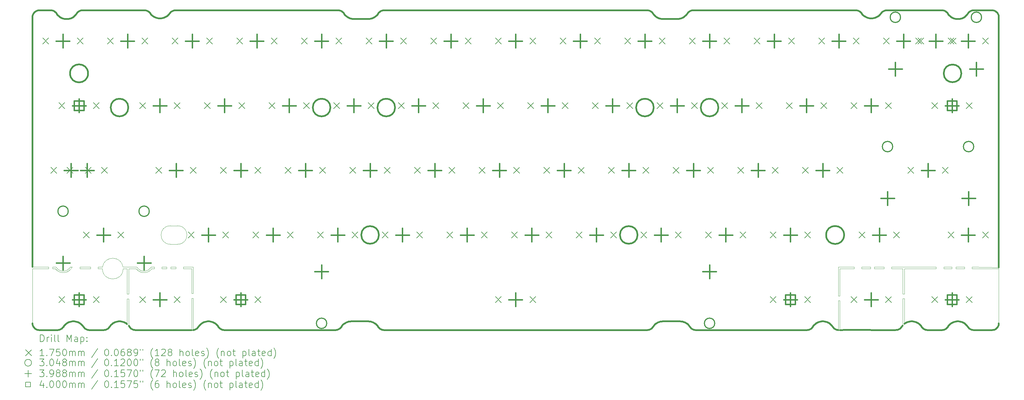
<source format=gbr>
%TF.GenerationSoftware,KiCad,Pcbnew,8.99.0-2194-gb3b7cbcab2*%
%TF.CreationDate,2024-09-18T03:27:00+07:00*%
%TF.ProjectId,Sebas_nuxros,53656261-735f-46e7-9578-726f732e6b69,rev?*%
%TF.SameCoordinates,Original*%
%TF.FileFunction,Drillmap*%
%TF.FilePolarity,Positive*%
%FSLAX45Y45*%
G04 Gerber Fmt 4.5, Leading zero omitted, Abs format (unit mm)*
G04 Created by KiCad (PCBNEW 8.99.0-2194-gb3b7cbcab2) date 2024-09-18 03:27:00*
%MOMM*%
%LPD*%
G01*
G04 APERTURE LIST*
%ADD10C,0.500000*%
%ADD11C,0.050000*%
%ADD12C,0.100000*%
%ADD13C,0.200000*%
%ADD14C,0.175000*%
%ADD15C,0.304800*%
%ADD16C,0.398780*%
%ADD17C,0.400000*%
G04 APERTURE END LIST*
D10*
X48153967Y12210340D02*
X48171022Y12233593D01*
X39222869Y12152035D02*
X39247401Y12179987D01*
X38859254Y2954312D02*
X38839035Y2933777D01*
X61582361Y2933780D02*
X61562143Y2954316D01*
X65066243Y3101986D02*
X65034193Y3083151D01*
X39381275Y12295730D02*
X39409433Y12301921D01*
X39299795Y3117309D02*
X39264494Y3128960D01*
D11*
X41552700Y4691000D02*
X41482700Y4691000D01*
X64812700Y4741000D02*
X65052700Y4741000D01*
D10*
X65540658Y2954314D02*
X65523602Y2977544D01*
X62752125Y12074127D02*
X62788380Y12084111D01*
X64870833Y12271608D02*
X64893797Y12254178D01*
D11*
X63052700Y4691000D02*
X62762700Y4691000D01*
D10*
X61230199Y3140752D02*
X61193234Y3136809D01*
D11*
X63602950Y4691000D02*
X63272700Y4691000D01*
D10*
X64276760Y2892261D02*
X64249794Y2902428D01*
X63511504Y2916362D02*
X63486280Y2902426D01*
X41269521Y12304000D02*
X41297074Y12302093D01*
X48170653Y2954315D02*
X48153595Y2977542D01*
X60998450Y3035851D02*
X60973919Y3007919D01*
X47028656Y12295730D02*
X47055637Y12285550D01*
X66234951Y12304000D02*
X66263414Y12301966D01*
X64893797Y12254178D02*
X64914017Y12233628D01*
X40789817Y9440618D02*
G75*
G02*
X40269817Y9440618I-260000J0D01*
G01*
X40269817Y9440618D02*
G75*
G02*
X40789817Y9440618I260000J0D01*
G01*
X42990059Y3101986D02*
X42958009Y3083151D01*
X46894346Y2884000D02*
X43616731Y2884000D01*
X57313491Y3009539D02*
X57287338Y3038790D01*
X40095000Y2886075D02*
X40066256Y2884000D01*
X66291298Y2892101D02*
X66263414Y2886036D01*
X46951235Y2892263D02*
X46923089Y2886077D01*
X42958009Y3083151D02*
X42928138Y3061023D01*
X48153595Y2977542D02*
X48130878Y3009534D01*
X65330704Y10447500D02*
G75*
G02*
X64810704Y10447500I-260000J0D01*
G01*
X64810704Y10447500D02*
G75*
G02*
X65330704Y10447500I260000J0D01*
G01*
X39395582Y3061017D02*
X39365711Y3083145D01*
X56426719Y12066090D02*
X56464448Y12055216D01*
D11*
X65642700Y4741000D02*
X66432700Y4731000D01*
D10*
X61025806Y3061023D02*
X60998450Y3035851D01*
X47173795Y3087631D02*
X47141790Y3064931D01*
X62412221Y12187705D02*
X62438253Y12160566D01*
X39264494Y3128960D02*
X39228156Y3136801D01*
X42900782Y3035851D02*
X42876251Y3007919D01*
X63740844Y3117316D02*
X63706977Y3101986D01*
X38033978Y12255150D02*
X38056822Y12272250D01*
X61193234Y3136809D02*
X61156896Y3128967D01*
D11*
X40028191Y4740925D02*
G75*
G02*
X40635198Y4741000I303510J-46495D01*
G01*
D10*
X42854820Y2977544D02*
X42837762Y2954316D01*
X40235570Y2977544D02*
X40218515Y2954314D01*
X38136487Y12301964D02*
X38164950Y12304000D01*
X56185693Y12271595D02*
X56208660Y12254156D01*
X48171022Y12233593D02*
X48191243Y12254153D01*
X63459314Y2892260D02*
X63431167Y2886075D01*
X42010619Y12217479D02*
X42027822Y12239088D01*
X39154017Y3140744D02*
X39117053Y3136801D01*
X66365923Y2932850D02*
X66343079Y2915749D01*
X43169706Y3140752D02*
X43132531Y3140752D01*
X61685656Y2886076D02*
X61657510Y2892261D01*
X57421666Y2902428D02*
X57396442Y2916364D01*
D11*
X41022700Y4691000D02*
X40802700Y4691000D01*
D10*
X39064379Y12058844D02*
X39099694Y12070505D01*
D11*
X42025200Y5413500D02*
G75*
G02*
X42025200Y5956000I0J271250D01*
G01*
D10*
X40439978Y3128967D02*
X40404676Y3117316D01*
D11*
X41462700Y4741000D02*
X41552700Y4741000D01*
D10*
X62602789Y12074127D02*
X62639906Y12068089D01*
X42769360Y2902429D02*
X42742395Y2892263D01*
D11*
X40636720Y4691000D02*
G75*
G02*
X40026680Y4691000I-305020J3430D01*
G01*
X42412700Y4741000D02*
X42652950Y4742000D01*
D10*
X56294796Y12149021D02*
X56324066Y12122850D01*
X38563627Y12295734D02*
X38590602Y12285558D01*
X48105102Y12149024D02*
X48131257Y12178309D01*
X47103841Y12254156D02*
X47124061Y12233595D01*
X65100110Y3117316D02*
X65066243Y3101986D01*
X56503430Y3139043D02*
X56464747Y3132473D01*
X39438188Y12304000D02*
X41269521Y12304000D01*
X40550456Y3140752D02*
X40513281Y3140752D01*
X48294591Y12301920D02*
X48323353Y12304000D01*
X40587421Y3136809D02*
X40550456Y3140752D01*
X61340677Y3128967D02*
X61304339Y3136809D01*
X43532877Y2902428D02*
X43507652Y2916364D01*
X38659018Y12233629D02*
X38676073Y12210384D01*
X38136487Y2886036D02*
X38108604Y2892102D01*
X57209924Y12149022D02*
X57236078Y12178308D01*
X56208660Y12254156D02*
X56228881Y12233595D01*
X63025331Y12274208D02*
X63049781Y12287053D01*
X62856645Y12115417D02*
X62887867Y12136378D01*
D11*
X63602700Y3811000D02*
X63652700Y3811000D01*
D10*
X57353264Y2954316D02*
X57336207Y2977544D01*
X57336207Y2977544D02*
X57313491Y3009539D01*
X65171750Y3136809D02*
X65135412Y3128967D01*
X66263414Y2886036D02*
X66234951Y2884000D01*
X48322908Y2884000D02*
X48294165Y2886079D01*
X56324440Y3064927D02*
X56295178Y3038787D01*
X62329582Y12274206D02*
X62352030Y12258116D01*
X56390445Y12081121D02*
X56426719Y12066090D01*
X65540882Y12233630D02*
X65561102Y12254181D01*
X43484693Y2933781D02*
X43464475Y2954316D01*
X66403202Y12212129D02*
X66416878Y12187083D01*
X60811917Y2886075D02*
X60783174Y2884000D01*
D11*
X63602700Y3951000D02*
X63652700Y3951000D01*
D10*
X56356445Y3087627D02*
X56324440Y3064927D01*
X43401455Y3035851D02*
X43374099Y3061023D01*
X65477869Y12152035D02*
X65502401Y12179987D01*
D11*
X41922700Y4741000D02*
X41922700Y4691000D01*
D10*
X40659061Y3117316D02*
X40623760Y3128967D01*
X42120726Y12296409D02*
X42147754Y12302094D01*
X62224563Y12304000D02*
X62252116Y12302091D01*
X62279144Y12296406D02*
X62305131Y12287052D01*
D11*
X61752950Y4691000D02*
X62172700Y4691000D01*
D10*
X39247401Y12179987D02*
X39268829Y12210384D01*
X57258074Y3064931D02*
X57226068Y3087631D01*
X40404676Y3117316D02*
X40370809Y3101986D01*
X63049781Y12287053D02*
X63075769Y12296408D01*
X63602950Y3019056D02*
X63593169Y3007919D01*
X66234951Y2884000D02*
X65792950Y2884000D01*
X57078002Y12066090D02*
X57114275Y12081121D01*
X65609059Y2902423D02*
X65583834Y2916360D01*
X40828168Y2977544D02*
X40806737Y3007919D01*
X40198297Y2933779D02*
X40175337Y2916362D01*
X37962700Y4741000D02*
X37964950Y12104000D01*
X40513281Y3140752D02*
X40476316Y3136809D01*
X38033978Y2932850D02*
X38013801Y2953028D01*
X66416877Y3000917D02*
X66403201Y2975872D01*
X61876377Y5685874D02*
G75*
G02*
X61346377Y5685874I-265000J0D01*
G01*
X61346377Y5685874D02*
G75*
G02*
X61876377Y5685874I265000J0D01*
G01*
X39603200Y10447500D02*
G75*
G02*
X39073200Y10447500I-265000J0D01*
G01*
X39073200Y10447500D02*
G75*
G02*
X39603200Y10447500I265000J0D01*
G01*
X62982866Y12239086D02*
X63002883Y12258117D01*
X64761714Y12304000D02*
X64790469Y12301920D01*
X66343079Y2915749D02*
X66318034Y2902074D01*
X47003424Y2916365D02*
X46978200Y2902429D01*
X42047839Y12258119D02*
X42070287Y12274210D01*
D11*
X39892700Y4691000D02*
X39892700Y4741000D01*
D10*
X38922271Y3035846D02*
X38897740Y3007916D01*
X37996700Y12212128D02*
X38013800Y12234972D01*
X57296063Y12254153D02*
X57319030Y12271591D01*
X39191192Y3140744D02*
X39154017Y3140744D01*
X47857299Y3141240D02*
X47359959Y3141245D01*
X63554682Y2954315D02*
X63534464Y2933779D01*
X56464747Y3132473D02*
X56427042Y3121614D01*
X64845545Y2902428D02*
X64818580Y2892261D01*
D11*
X65422700Y4741000D02*
X65422700Y4691000D01*
D10*
X39045414Y3117309D02*
X39011548Y3101980D01*
X63130350Y12304000D02*
X64761714Y12304000D01*
X38979498Y3083145D02*
X38949627Y3061017D01*
X56390789Y3106602D02*
X56356445Y3087627D01*
X47063660Y2977544D02*
X47046602Y2954316D01*
D11*
X41462700Y4741000D02*
G75*
G02*
X41042700Y4741000I-210000J120000D01*
G01*
D10*
X37983024Y3000917D02*
X37973052Y3027653D01*
X62531559Y12097928D02*
X62566533Y12084111D01*
X56229254Y2954313D02*
X56209036Y2933778D01*
X48130878Y3009534D02*
X48104726Y3038785D01*
X61702950Y2884827D02*
X61685656Y2886076D01*
D11*
X40026701Y4691000D02*
X39892700Y4691000D01*
X42192700Y4741000D02*
X42042700Y4741000D01*
D10*
X38056822Y12272250D02*
X38081867Y12285926D01*
X38763886Y2892260D02*
X38735740Y2886075D01*
X48104726Y3038785D02*
X48075463Y3064925D01*
X64931073Y12210384D02*
X64952500Y12179987D01*
X64913947Y2954316D02*
X64893729Y2933780D01*
X39306105Y12254178D02*
X39329069Y12271608D01*
X41868313Y12097928D02*
X41901603Y12115417D01*
X47437541Y12046435D02*
X47857541Y12046435D01*
X43344228Y3083151D02*
X43312178Y3101986D01*
X56246311Y2977540D02*
X56229254Y2954313D01*
X38590602Y12285558D02*
X38615834Y12271610D01*
D11*
X38562700Y4741000D02*
X38562700Y4691000D01*
D10*
X39329069Y12271608D02*
X39354301Y12285556D01*
X39285885Y12233627D02*
X39306105Y12254178D01*
X42175308Y12304000D02*
X46971728Y12304000D01*
X38880522Y12058844D02*
X38916875Y12050996D01*
X42928138Y3061023D02*
X42900782Y3035851D01*
X38876309Y2977541D02*
X38859254Y2954312D01*
X66434951Y12104000D02*
X66432700Y4731000D01*
D11*
X41922700Y4741000D02*
X41772700Y4741000D01*
D10*
X48075832Y12122852D02*
X48105102Y12149024D01*
X43023926Y3117316D02*
X42990059Y3101986D01*
X47359629Y12055217D02*
X47398338Y12048638D01*
X40940592Y2892262D02*
X40913627Y2902428D01*
X41457179Y12187705D02*
X41483211Y12160566D01*
X39409433Y12301921D02*
X39438188Y12304000D01*
D11*
X62172700Y4742000D02*
X62172700Y4691000D01*
D10*
X56209036Y2933778D02*
X56186077Y2916362D01*
D11*
X65052700Y4741000D02*
X65052700Y4691000D01*
D10*
X40865443Y2933781D02*
X40845225Y2954316D01*
X65523602Y2977544D02*
X65502171Y3007919D01*
D11*
X64582700Y4741000D02*
X64582700Y4691000D01*
D10*
X38535469Y12301925D02*
X38563627Y12295734D01*
X65502401Y12179987D02*
X65523829Y12210384D01*
X56464448Y12055216D02*
X56503157Y12048637D01*
D11*
X38662700Y4741000D02*
X38562700Y4741000D01*
D10*
X37996700Y2975872D02*
X37983024Y3000917D01*
D11*
X61752950Y3891000D02*
X61752950Y4691000D01*
D10*
X39133573Y12085847D02*
X39165632Y12104698D01*
X56160853Y2902427D02*
X56133888Y2892261D01*
X38164950Y2884000D02*
X38136487Y2886036D01*
X47972862Y3121611D02*
X47935158Y3132471D01*
X41297074Y12302093D02*
X41324103Y12296408D01*
X47086374Y3009539D02*
X47063660Y2977544D01*
X47973181Y12066092D02*
X48009454Y12081123D01*
X65135522Y12058844D02*
X65171875Y12050996D01*
X43132531Y3140752D02*
X43095566Y3136809D01*
X41932825Y12136378D02*
X41961618Y12160566D01*
X65692915Y2884000D02*
X65664171Y2886071D01*
X38897740Y3007916D02*
X38876309Y2977541D01*
D11*
X42652950Y2884000D02*
X42652950Y3821000D01*
D10*
X38953856Y12047050D02*
X38991046Y12047050D01*
X40476316Y3136809D02*
X40439978Y3128967D01*
X66263414Y12301966D02*
X66291298Y12295900D01*
X56228881Y12233595D02*
X56245934Y12210340D01*
D11*
X65422700Y4691000D02*
X65172700Y4691000D01*
D10*
X47219248Y12122851D02*
X47251265Y12100122D01*
X64224570Y2916364D02*
X64201611Y2933780D01*
X62252116Y12302091D02*
X62279144Y12296406D01*
X66318035Y12285928D02*
X66343080Y12272252D01*
X38056822Y2915750D02*
X38033978Y2932850D01*
X65477639Y3035851D02*
X65450283Y3061023D01*
X56186077Y2916362D02*
X56160853Y2902427D01*
D11*
X41772700Y4691000D02*
X41922700Y4691000D01*
D10*
X41324103Y12296408D02*
X41350090Y12287054D01*
X40257001Y3007919D02*
X40235570Y2977544D01*
X38839035Y2933777D02*
X38816076Y2916361D01*
X43374099Y3061023D02*
X43344228Y3083151D01*
X60973919Y3007919D02*
X60952488Y2977544D01*
D11*
X39675200Y4691000D02*
X39362700Y4691000D01*
X41552700Y4741000D02*
X41552700Y4691000D01*
D10*
X48131257Y12178309D02*
X48153967Y12210340D01*
X61409846Y3101986D02*
X61375979Y3117316D01*
X39228156Y3136801D02*
X39191192Y3140744D01*
X43243010Y3128967D02*
X43206671Y3136809D01*
X48171700Y5687000D02*
G75*
G02*
X47651700Y5687000I-260000J0D01*
G01*
X47651700Y5687000D02*
G75*
G02*
X48171700Y5687000I260000J0D01*
G01*
X39354301Y12285556D02*
X39381275Y12295730D01*
D11*
X42702700Y3821000D02*
X42702950Y2885260D01*
D10*
X56267940Y9440615D02*
G75*
G02*
X55747940Y9440615I-260000J0D01*
G01*
X55747940Y9440615D02*
G75*
G02*
X56267940Y9440615I260000J0D01*
G01*
X62715007Y12068089D02*
X62752125Y12074127D01*
X41483211Y12160566D02*
X41512004Y12136378D01*
X65664171Y2886071D02*
X65636025Y2892256D01*
X62965662Y12217479D02*
X62982866Y12239086D01*
X56503157Y12048637D02*
X56542360Y12046434D01*
X65319194Y3128967D02*
X65282855Y3136809D01*
D11*
X42245200Y5956000D02*
X42025200Y5956000D01*
D10*
X40724978Y3083151D02*
X40692928Y3101986D01*
X46923089Y2886077D02*
X46894346Y2884000D01*
X39028026Y12050996D02*
X39064379Y12058844D01*
X47189979Y12149024D02*
X47219248Y12122851D01*
X47320782Y3139046D02*
X47282098Y3132476D01*
D11*
X62762700Y4691000D02*
X62762700Y4741000D01*
D10*
X57373482Y2933781D02*
X57353264Y2954316D01*
X64790433Y2886076D02*
X64761690Y2884000D01*
X56427042Y3121614D02*
X56390789Y3106602D01*
X38081867Y2902074D02*
X38056822Y2915750D01*
X63534464Y2933779D02*
X63511504Y2916362D01*
X63812484Y3136809D02*
X63776146Y3128967D01*
X57155469Y3121618D02*
X57117763Y3132477D01*
X65034270Y12104698D02*
X65066329Y12085848D01*
D12*
X63652950Y3066870D02*
X63652700Y3811000D01*
D10*
X65420412Y3083151D02*
X65388362Y3101986D01*
X62467046Y12136378D02*
X62498268Y12115417D01*
X60952488Y2977544D02*
X60935432Y2954315D01*
X42094738Y12287055D02*
X42120726Y12296409D01*
X62352030Y12258116D02*
X62372047Y12239086D01*
X41374540Y12274208D02*
X41396988Y12258117D01*
X56105742Y2886076D02*
X56077000Y2884000D01*
X64977032Y12152035D02*
X65004392Y12126844D01*
X64818626Y12295730D02*
X64845601Y12285555D01*
X60915214Y2933779D02*
X60892254Y2916362D01*
X56324066Y12122850D02*
X56356084Y12100121D01*
X65388362Y3101986D02*
X65354495Y3117316D01*
X48323353Y12304000D02*
X56076547Y12304000D01*
X62498268Y12115417D02*
X62531559Y12097928D01*
X57371247Y12295726D02*
X57399411Y12301920D01*
D12*
X40752700Y3951000D02*
X40752950Y4691000D01*
D10*
X62438253Y12160566D02*
X62467046Y12136378D01*
X41576516Y12097928D02*
X41611491Y12084111D01*
X48214210Y12271591D02*
X48239446Y12285545D01*
X48266020Y2892265D02*
X48239055Y2902430D01*
X39195510Y12126844D02*
X39222869Y12152035D01*
X57079078Y3139047D02*
X57039901Y3141245D01*
D11*
X42042700Y4691000D02*
X42042700Y4741000D01*
D10*
X64976966Y3035851D02*
X64952435Y3007919D01*
D11*
X62652700Y4741000D02*
X62392700Y4742000D01*
X64812700Y4691000D02*
X64812700Y4741000D01*
D10*
X65560875Y2933777D02*
X65540658Y2954314D01*
X43059228Y3128967D02*
X43023926Y3117316D01*
X62677457Y12066069D02*
X62715007Y12068089D01*
X60867030Y2902426D02*
X60840064Y2892260D01*
X47046602Y2954316D02*
X47026384Y2933781D01*
X61156896Y3128967D02*
X61121594Y3117316D01*
X47026384Y2933781D02*
X47003424Y2916365D01*
X39468900Y2977541D02*
X39447469Y3007916D01*
X41961618Y12160566D02*
X41987650Y12187705D01*
D11*
X61752950Y3891000D02*
X61702950Y3891000D01*
D10*
X64142905Y3007919D02*
X64118373Y3035851D01*
X39529134Y2916361D02*
X39506175Y2933777D01*
X47055637Y12285550D02*
X47080873Y12271595D01*
X40308888Y3061023D02*
X40281532Y3035851D01*
D11*
X40802700Y3951000D02*
X40802700Y4691000D01*
D10*
X38081867Y12285926D02*
X38108604Y12295898D01*
X39447469Y3007916D02*
X39422938Y3035846D01*
X43559842Y2892262D02*
X43532877Y2902428D01*
X65584067Y12271611D02*
X65609299Y12285558D01*
X62788380Y12084111D02*
X62823355Y12097928D01*
D11*
X61752700Y3751000D02*
X61702700Y3751000D01*
D10*
X65636025Y2892256D02*
X65609059Y2902423D01*
X65004392Y12126844D02*
X65034270Y12104698D01*
X55791700Y5687000D02*
G75*
G02*
X55271700Y5687000I-260000J0D01*
G01*
X55271700Y5687000D02*
G75*
G02*
X55791700Y5687000I260000J0D01*
G01*
X42794584Y2916365D02*
X42769360Y2902429D01*
X66403201Y2975872D02*
X66386101Y2953028D01*
X41684864Y12068089D02*
X41722414Y12066069D01*
X43507652Y2916364D02*
X43484693Y2933781D01*
X38949627Y3061017D02*
X38922271Y3035846D01*
X47124061Y12233595D02*
X47141114Y12210340D01*
X37966986Y12132463D02*
X37973052Y12160346D01*
X61267374Y3140752D02*
X61230199Y3140752D01*
X48009454Y12081123D02*
X48043815Y12100123D01*
X61930950Y2886000D02*
X61752950Y2884356D01*
X64914017Y12233628D02*
X64931073Y12210384D01*
X48009115Y3106600D02*
X47972862Y3121611D01*
D11*
X42192700Y4691000D02*
X42192700Y4741000D01*
D10*
X57344266Y12285545D02*
X57371247Y12295726D01*
X61523655Y3007919D02*
X61499123Y3035851D01*
X65319380Y12058844D02*
X65354695Y12070505D01*
X57001563Y12048637D02*
X57040273Y12055216D01*
X47935158Y3132471D02*
X47896474Y3139041D01*
X65420632Y12104698D02*
X65450510Y12126844D01*
X38164950Y12304000D02*
X38506714Y12304000D01*
X58173000Y9440615D02*
G75*
G02*
X57653000Y9440615I-260000J0D01*
G01*
X57653000Y9440615D02*
G75*
G02*
X58173000Y9440615I260000J0D01*
G01*
X64931004Y2977544D02*
X64913947Y2954316D01*
D11*
X39362700Y4741000D02*
X39675200Y4741000D01*
D10*
X65283027Y12050996D02*
X65319380Y12058844D01*
X41350090Y12287054D02*
X41374540Y12274208D01*
D11*
X41772700Y4741000D02*
X41772700Y4691000D01*
D10*
X47244393Y3121617D02*
X47208140Y3106606D01*
X48239055Y2902430D02*
X48213831Y2916366D01*
D11*
X65172700Y4741000D02*
X65422700Y4741000D01*
D10*
X38013800Y12234972D02*
X38033978Y12255150D01*
X65388573Y12085847D02*
X65420632Y12104698D01*
X38779270Y12104698D02*
X38811329Y12085848D01*
X40692928Y3101986D02*
X40659061Y3117316D01*
D11*
X63272700Y4741000D02*
X63602950Y4742000D01*
D10*
X63959927Y3128967D02*
X63923589Y3136809D01*
X48647940Y9440615D02*
G75*
G02*
X48127940Y9440615I-260000J0D01*
G01*
X48127940Y9440615D02*
G75*
G02*
X48647940Y9440615I260000J0D01*
G01*
X46978200Y2902429D02*
X46951235Y2892263D01*
X56105310Y12301924D02*
X56133475Y12295730D01*
X66291298Y12295900D02*
X66318035Y12285928D01*
D11*
X40028191Y4740925D02*
X39892700Y4741000D01*
D10*
X39609469Y2886073D02*
X39581323Y2892258D01*
D11*
X42412700Y4741000D02*
X42412700Y4691000D01*
D10*
X63995229Y3117316D02*
X63959927Y3128967D01*
D11*
X37962700Y4691000D02*
X37964950Y3084000D01*
D10*
X38811329Y12085848D02*
X38845207Y12070505D01*
D11*
X65642700Y4691000D02*
X66432700Y4691000D01*
D10*
X65664432Y12301923D02*
X65693188Y12304000D01*
X41396988Y12258117D02*
X41417005Y12239086D01*
X47163825Y12178310D02*
X47189979Y12149024D01*
X38697500Y12179987D02*
X38722032Y12152035D01*
X64952435Y3007919D02*
X64931004Y2977544D01*
X47398338Y12048638D02*
X47437541Y12046435D01*
X40968738Y2886077D02*
X40940592Y2892262D01*
X64164335Y2977544D02*
X64142905Y3007919D01*
D12*
X40802700Y3801000D02*
X40802950Y3012231D01*
D10*
X47282098Y3132476D02*
X47244393Y3121617D01*
X41987650Y12187705D02*
X42010619Y12217479D01*
X48043815Y12100123D02*
X48075832Y12122852D01*
X47080873Y12271595D02*
X47103841Y12254156D01*
X64304906Y2886076D02*
X64276760Y2892261D01*
X64761690Y2884000D02*
X64333649Y2884000D01*
X47141114Y12210340D02*
X47163825Y12178310D01*
X47251265Y12100122D02*
X47285627Y12081123D01*
X64029096Y3101986D02*
X63995229Y3117316D01*
X47935452Y12055217D02*
X47973181Y12066092D01*
X65004322Y3061022D02*
X64976966Y3035851D01*
X60892254Y2916362D02*
X60867030Y2902426D01*
X66434951Y3084000D02*
X66432915Y3055537D01*
D11*
X42652950Y3821000D02*
X42702700Y3821000D01*
D10*
X38916875Y12050996D02*
X38953856Y12047050D01*
X61545085Y2977544D02*
X61523655Y3007919D01*
X43278311Y3117316D02*
X43243010Y3128967D01*
X64181393Y2954316D02*
X64164335Y2977544D01*
X63362950Y2882000D02*
X61980950Y2886000D01*
X62566533Y12084111D02*
X62602789Y12074127D01*
X65609299Y12285558D02*
X65636274Y12295733D01*
D11*
X42702950Y3961000D02*
X42702950Y4742000D01*
X41482700Y4691000D02*
G75*
G02*
X41022700Y4691000I-230000J170000D01*
G01*
D10*
X64091017Y3061022D02*
X64061146Y3083151D01*
D11*
X62762700Y4741000D02*
X63052700Y4741000D01*
D10*
X57396442Y2916364D02*
X57373482Y2933781D01*
X64249794Y2902428D02*
X64224570Y2916364D01*
X37973052Y12160346D02*
X37983024Y12187083D01*
X56295178Y3038787D02*
X56269025Y3009535D01*
X41759965Y12068089D02*
X41797082Y12074127D01*
D11*
X39132700Y4741000D02*
G75*
G02*
X38642419Y4690792I-260000J120000D01*
G01*
D10*
X64201611Y2933780D02*
X64181393Y2954316D01*
D11*
X61702700Y3751000D02*
X61702950Y2884827D01*
D10*
X64333649Y2884000D02*
X64304906Y2886076D01*
X41901603Y12115417D02*
X41932825Y12136378D01*
X42070287Y12274210D02*
X42094738Y12287055D01*
D11*
X40752950Y4742000D02*
X40635200Y4741000D01*
D10*
X63706977Y3101986D02*
X63674927Y3083151D01*
X60783174Y2884000D02*
X57505520Y2884000D01*
X65561102Y12254181D02*
X65584067Y12271611D01*
X66426850Y12160346D02*
X66432916Y12132463D01*
X40752950Y3062429D02*
X40724978Y3083151D01*
X40218515Y2954314D02*
X40198297Y2933779D01*
X42817544Y2933781D02*
X42794584Y2916365D01*
X56542606Y3141236D02*
X56503430Y3139043D01*
D11*
X42245200Y5413500D02*
X42025200Y5413500D01*
X38442700Y4741000D02*
X38442700Y4690792D01*
D10*
X61605320Y2916364D02*
X61582361Y2933780D01*
X56160456Y12285550D02*
X56185693Y12271595D01*
X61055677Y3083151D02*
X61025806Y3061023D01*
X41611491Y12084111D02*
X41647746Y12074127D01*
X65208856Y12047050D02*
X65246046Y12047050D01*
X39080715Y3128960D02*
X39045414Y3117309D01*
X62942692Y12187705D02*
X62965662Y12217479D01*
X65100207Y12070505D02*
X65135522Y12058844D01*
X47285627Y12081123D02*
X47321900Y12066091D01*
X65034193Y3083151D02*
X65004322Y3061022D01*
X40175337Y2916362D02*
X40150112Y2902426D01*
X61657510Y2892261D02*
X61630544Y2902428D01*
X37964950Y12104000D02*
X37966986Y12132463D01*
X40845225Y2954316D02*
X40828168Y2977544D01*
X61471767Y3061023D02*
X61441896Y3083151D01*
X40066256Y2884000D02*
X39638212Y2884000D01*
X63849449Y3140751D02*
X63812484Y3136809D01*
X63486280Y2902426D02*
X63459314Y2892260D01*
X66365924Y12255151D02*
X66386102Y12234973D01*
X39268829Y12210384D02*
X39285885Y12233627D01*
D11*
X63652950Y4691000D02*
X64582700Y4691000D01*
D10*
X63362950Y2882000D02*
X63431167Y2886075D01*
X57287338Y3038790D02*
X57258074Y3064931D01*
D11*
X38442700Y4690792D02*
X37962700Y4691000D01*
D10*
X66432916Y12132463D02*
X66434951Y12104000D01*
X42742395Y2892263D02*
X42714249Y2886077D01*
X40888402Y2916364D02*
X40865443Y2933781D01*
D11*
X62392700Y4742000D02*
X62392700Y4691000D01*
D10*
X48191243Y12254153D02*
X48214210Y12271591D01*
X65354695Y12070505D02*
X65388573Y12085847D01*
X63075769Y12296408D02*
X63102797Y12302093D01*
X64870769Y2916364D02*
X64845545Y2902428D01*
X61562143Y2954316D02*
X61545085Y2977544D01*
X41833338Y12084111D02*
X41868313Y12097928D01*
X65583834Y2916360D02*
X65560875Y2933777D01*
D11*
X63602700Y3811000D02*
X63602950Y3019056D01*
D10*
X66386102Y12234973D02*
X66403202Y12212129D01*
X56133475Y12295730D02*
X56160456Y12285550D01*
X61121594Y3117316D02*
X61087727Y3101986D01*
X57476777Y2886077D02*
X57448631Y2892262D01*
D11*
X62652700Y4691000D02*
X62652700Y4741000D01*
X65642700Y4741000D02*
X65642700Y4691000D01*
X65172700Y4691000D02*
X65172700Y4741000D01*
D10*
X65523829Y12210384D02*
X65540882Y12233630D01*
X38706997Y2884000D02*
X38164950Y2884000D01*
X65792950Y2884000D02*
X65692915Y2884000D01*
X41417005Y12239086D02*
X41434209Y12217479D01*
X43464475Y2954316D02*
X43447418Y2977544D01*
X39581323Y2892258D02*
X39554358Y2902425D01*
X57148637Y12100120D02*
X57180654Y12122849D01*
X47896474Y3139041D02*
X47857299Y3141240D01*
X56268641Y12178307D02*
X56294796Y12149021D01*
X60840064Y2892260D02*
X60811917Y2886075D01*
X42714249Y2886077D02*
X42702950Y2885260D01*
X65450510Y12126844D02*
X65477869Y12152035D01*
D11*
X66432700Y4691000D02*
X66434951Y3084000D01*
D10*
X65354495Y3117316D02*
X65319194Y3128967D01*
D12*
X42702950Y4742000D02*
X42652950Y4742000D01*
D10*
X66318034Y2902074D02*
X66291298Y2892101D01*
X39099694Y12070505D02*
X39133573Y12085847D01*
X57039901Y3141245D02*
X56542606Y3141236D01*
X61630544Y2902428D02*
X61605320Y2916364D01*
X38722032Y12152035D02*
X38749392Y12126844D01*
X47000491Y12301924D02*
X47028656Y12295730D01*
X41647746Y12074127D02*
X41684864Y12068089D01*
X56269025Y3009535D02*
X56246311Y2977540D01*
X39117053Y3136801D02*
X39080715Y3128960D01*
X39333662Y3101980D02*
X39299795Y3117309D01*
X39365711Y3083145D02*
X39333662Y3101980D01*
X39506175Y2933777D02*
X39485957Y2954313D01*
X62887867Y12136378D02*
X62916660Y12160566D01*
D12*
X61752950Y2884356D02*
X61752700Y3751000D01*
D10*
X63102797Y12302093D02*
X63130350Y12304000D01*
X63923589Y3136809D02*
X63886624Y3140751D01*
X57319030Y12271591D02*
X57344266Y12285545D01*
X42027822Y12239088D02*
X42047839Y12258119D01*
X47857541Y12046435D02*
X47896743Y12048637D01*
X48043459Y3087625D02*
X48009115Y3106600D01*
D11*
X62392700Y4691000D02*
X62652700Y4691000D01*
D10*
X57505520Y2884000D02*
X57476777Y2886077D01*
D11*
X42652950Y4691000D02*
X42412700Y4691000D01*
D10*
X38108604Y2892102D02*
X38081867Y2902074D01*
X47112527Y3038790D02*
X47086374Y3009539D01*
X38991046Y12047050D02*
X39028026Y12050996D01*
X38845207Y12070505D02*
X38880522Y12058844D01*
X39422938Y3035846D02*
X39395582Y3061017D01*
X39011548Y3101980D02*
X38979498Y3083145D01*
D11*
X40752950Y4691000D02*
X40636720Y4691000D01*
D10*
X47208140Y3106606D02*
X47173795Y3087631D01*
X62916660Y12160566D02*
X62942692Y12187705D01*
X57180654Y12122849D02*
X57209924Y12149022D01*
X38735740Y2886075D02*
X38706997Y2884000D01*
X40338759Y3083151D02*
X40308888Y3061023D01*
X64818580Y2892261D02*
X64790433Y2886076D01*
D11*
X42192700Y4691000D02*
X42042700Y4691000D01*
D10*
X65502171Y3007919D02*
X65477639Y3035851D01*
X61375979Y3117316D02*
X61340677Y3128967D01*
X38638798Y12254180D02*
X38659018Y12233629D01*
X57275842Y12233593D02*
X57296063Y12254153D01*
X39165632Y12104698D02*
X39195510Y12126844D01*
X42876251Y3007919D02*
X42854820Y2977544D01*
X61441896Y3083151D02*
X61409846Y3101986D01*
X39485957Y2954313D02*
X39468900Y2977541D01*
X37973052Y3027653D02*
X37966986Y3055537D01*
X41722414Y12066069D02*
X41759965Y12068089D01*
X41512004Y12136378D02*
X41543226Y12115417D01*
X64893729Y2933780D02*
X64870769Y2916364D01*
X40806737Y3007919D02*
X40802950Y3012231D01*
D11*
X39362700Y4691000D02*
X39362700Y4741000D01*
D10*
X60935432Y2954315D02*
X60915214Y2933779D01*
X66343080Y12272252D02*
X66365924Y12255151D01*
X43312178Y3101986D02*
X43278311Y3117316D01*
X48294165Y2886079D02*
X48266020Y2892265D01*
X65245890Y3140751D02*
X65208715Y3140751D01*
X62639906Y12068089D02*
X62677457Y12066069D01*
X43587988Y2886077D02*
X43559842Y2892262D01*
X56077000Y2884000D02*
X48322908Y2884000D01*
X57399411Y12301920D02*
X57428174Y12304000D01*
X38749392Y12126844D02*
X38779270Y12104698D01*
D11*
X42245200Y5956000D02*
G75*
G02*
X42245200Y5413500I0J-271250D01*
G01*
D10*
X65171875Y12050996D02*
X65208856Y12047050D01*
X66426849Y3027653D02*
X66416877Y3000917D01*
X39554358Y2902425D02*
X39529134Y2916361D01*
D11*
X63272700Y4691000D02*
X63272700Y4741000D01*
D10*
X43206671Y3136809D02*
X43169706Y3140752D01*
X65208715Y3140751D02*
X65171750Y3136809D01*
X48075463Y3064925D02*
X48043459Y3087625D01*
X57191723Y3106606D02*
X57155469Y3121618D01*
X56076547Y12304000D02*
X56105310Y12301924D01*
X62305131Y12287052D02*
X62329582Y12274206D01*
X46743439Y9440500D02*
G75*
G02*
X46223439Y9440500I-260000J0D01*
G01*
X46223439Y9440500D02*
G75*
G02*
X46743439Y9440500I260000J0D01*
G01*
X66432915Y3055537D02*
X66426849Y3027653D01*
X39638212Y2884000D02*
X39609469Y2886073D01*
X38790851Y2902426D02*
X38763886Y2892260D01*
X48190872Y2933781D02*
X48170653Y2954315D01*
X40997481Y2884000D02*
X40968738Y2886077D01*
X56542360Y12046434D02*
X56962360Y12046434D01*
X56133888Y2892261D02*
X56105742Y2886076D01*
X61499123Y3035851D02*
X61471767Y3061023D01*
X65693188Y12304000D02*
X66234951Y12304000D01*
X64952500Y12179987D02*
X64977032Y12152035D01*
X40913627Y2902428D02*
X40888402Y2916364D01*
X66386101Y2953028D02*
X66365923Y2932850D01*
X57114275Y12081121D02*
X57148637Y12100120D01*
X42652950Y2884000D02*
X40997481Y2884000D01*
X41797082Y12074127D02*
X41833338Y12084111D01*
X63886624Y3140751D02*
X63849449Y3140751D01*
X46971728Y12304000D02*
X47000491Y12301924D01*
X56962360Y12046434D02*
X57001563Y12048637D01*
X47141790Y3064931D02*
X47112527Y3038790D01*
X38013801Y2953028D02*
X37996700Y2975872D01*
D11*
X63052700Y4741000D02*
X63052700Y4691000D01*
D10*
X57258787Y12210340D02*
X57275842Y12233593D01*
X57236078Y12178308D02*
X57258787Y12210340D01*
X47321900Y12066091D02*
X47359629Y12055217D01*
X62823355Y12097928D02*
X62856645Y12115417D01*
X48239446Y12285545D02*
X48266427Y12295725D01*
X40150112Y2902426D02*
X40123146Y2892260D01*
X56245934Y12210340D02*
X56268641Y12178307D01*
X56356084Y12100121D02*
X56390445Y12081121D01*
X57226068Y3087631D02*
X57191723Y3106606D01*
X63776146Y3128967D02*
X63740844Y3117316D01*
D11*
X38562700Y4691000D02*
X38642419Y4690792D01*
D10*
X64118373Y3035851D02*
X64091017Y3061022D01*
D11*
X39675200Y4741000D02*
X39675200Y4691000D01*
D10*
X65135412Y3128967D02*
X65100110Y3117316D01*
X65066329Y12085848D02*
X65100207Y12070505D01*
X43425987Y3007919D02*
X43401455Y3035851D01*
X37966986Y3055537D02*
X37964950Y3084000D01*
X42837762Y2954316D02*
X42817544Y2933781D01*
X65450283Y3061023D02*
X65420412Y3083151D01*
D11*
X40802700Y3801000D02*
X40752700Y3801000D01*
D10*
X43095566Y3136809D02*
X43059228Y3128967D01*
X61930950Y2886000D02*
X61980950Y2886000D01*
D11*
X39082700Y4741000D02*
G75*
G02*
X38662700Y4741000I-210000J120000D01*
G01*
D10*
X40123146Y2892260D02*
X40095000Y2886075D01*
D12*
X41042700Y4741000D02*
X40752950Y4742000D01*
D10*
X63674927Y3083151D02*
X63652950Y3066870D01*
X64845601Y12285555D02*
X64870833Y12271608D01*
X65636274Y12295733D02*
X65664432Y12301923D01*
D12*
X61702950Y4742000D02*
X61702950Y3891000D01*
X63602950Y4691000D02*
X63602700Y3951000D01*
D11*
X42652950Y3961000D02*
X42702950Y3961000D01*
D10*
X57117763Y3132477D02*
X57079078Y3139047D01*
X37983024Y12187083D02*
X37996700Y12212128D01*
X61304339Y3136809D02*
X61267374Y3140752D01*
X43616731Y2884000D02*
X43587988Y2886077D01*
X62372047Y12239086D02*
X62389252Y12217479D01*
X41543226Y12115417D02*
X41576516Y12097928D01*
X65246046Y12047050D02*
X65283027Y12050996D01*
D12*
X64582700Y4741000D02*
X63602950Y4742000D01*
D11*
X65052700Y4691000D02*
X64812700Y4691000D01*
D10*
X38676073Y12210384D02*
X38697500Y12179987D01*
X64061146Y3083151D02*
X64029096Y3101986D01*
X57040273Y12055216D02*
X57078002Y12066090D01*
X41434209Y12217479D02*
X41457179Y12187705D01*
D11*
X38442700Y4741000D02*
X37962700Y4741000D01*
D10*
X63002883Y12258117D02*
X63025331Y12274208D01*
X64790469Y12301920D02*
X64818626Y12295730D01*
D11*
X63652700Y3951000D02*
X63652950Y4691000D01*
D10*
X43447418Y2977544D02*
X43425987Y3007919D01*
X66416878Y12187083D02*
X66426850Y12160346D01*
X62389252Y12217479D02*
X62412221Y12187705D01*
X47359959Y3141245D02*
X47320782Y3139046D01*
X40623760Y3128967D02*
X40587421Y3136809D01*
X48213831Y2916366D02*
X48190872Y2933781D01*
X65282855Y3136809D02*
X65245890Y3140751D01*
X38615834Y12271610D02*
X38638798Y12254180D01*
D11*
X42652950Y3961000D02*
X42652950Y4691000D01*
D10*
X63593169Y3007919D02*
X63571738Y2977544D01*
X42147754Y12302094D02*
X42175308Y12304000D01*
X61087727Y3101986D02*
X61055677Y3083151D01*
X38108604Y12295898D02*
X38136487Y12301964D01*
D11*
X40752700Y3951000D02*
X40802700Y3951000D01*
D10*
X57428174Y12304000D02*
X62224563Y12304000D01*
X63571738Y2977544D02*
X63554682Y2954315D01*
X47896743Y12048637D02*
X47935452Y12055217D01*
X38816076Y2916361D02*
X38790851Y2902426D01*
D11*
X39132700Y4741000D02*
X39082700Y4741000D01*
D10*
X40370809Y3101986D02*
X40338759Y3083151D01*
X38506714Y12304000D02*
X38535469Y12301925D01*
D11*
X40752950Y3062429D02*
X40752700Y3801000D01*
D12*
X62172700Y4742000D02*
X61702950Y4742000D01*
D10*
X48266427Y12295725D02*
X48294591Y12301920D01*
X40281532Y3035851D02*
X40257001Y3007919D01*
X57448631Y2892262D02*
X57421666Y2902428D01*
D13*
D14*
X38267128Y11489500D02*
X38442128Y11314500D01*
X38442128Y11489500D02*
X38267128Y11314500D01*
X38505228Y7679500D02*
X38680228Y7504500D01*
X38680228Y7679500D02*
X38505228Y7504500D01*
X38743428Y9584500D02*
X38918428Y9409500D01*
X38918428Y9584500D02*
X38743428Y9409500D01*
X38743428Y3869500D02*
X38918428Y3694500D01*
X38918428Y3869500D02*
X38743428Y3694500D01*
X38981528Y7679500D02*
X39156528Y7504500D01*
X39156528Y7679500D02*
X38981528Y7504500D01*
X39283128Y11489500D02*
X39458128Y11314500D01*
X39458128Y11489500D02*
X39283128Y11314500D01*
X39465188Y5774500D02*
X39640188Y5599500D01*
X39640188Y5774500D02*
X39465188Y5599500D01*
X39521228Y7679500D02*
X39696228Y7504500D01*
X39696228Y7679500D02*
X39521228Y7504500D01*
X39759428Y9584500D02*
X39934428Y9409500D01*
X39934428Y9584500D02*
X39759428Y9409500D01*
X39759428Y3869500D02*
X39934428Y3694500D01*
X39934428Y3869500D02*
X39759428Y3694500D01*
X39997528Y7679500D02*
X40172528Y7504500D01*
X40172528Y7679500D02*
X39997528Y7504500D01*
X40172128Y11489500D02*
X40347128Y11314500D01*
X40347128Y11489500D02*
X40172128Y11314500D01*
X40481188Y5774500D02*
X40656188Y5599500D01*
X40656188Y5774500D02*
X40481188Y5599500D01*
X41124628Y9584500D02*
X41299628Y9409500D01*
X41299628Y9584500D02*
X41124628Y9409500D01*
X41124628Y3869500D02*
X41299628Y3694500D01*
X41299628Y3869500D02*
X41124628Y3694500D01*
X41188128Y11489500D02*
X41363128Y11314500D01*
X41363128Y11489500D02*
X41188128Y11314500D01*
X41600878Y7679500D02*
X41775878Y7504500D01*
X41775878Y7679500D02*
X41600878Y7504500D01*
X42077128Y11489500D02*
X42252128Y11314500D01*
X42252128Y11489500D02*
X42077128Y11314500D01*
X42140628Y9584500D02*
X42315628Y9409500D01*
X42315628Y9584500D02*
X42140628Y9409500D01*
X42140628Y3869500D02*
X42315628Y3694500D01*
X42315628Y3869500D02*
X42140628Y3694500D01*
X42553378Y5774500D02*
X42728378Y5599500D01*
X42728378Y5774500D02*
X42553378Y5599500D01*
X42616878Y7679500D02*
X42791878Y7504500D01*
X42791878Y7679500D02*
X42616878Y7504500D01*
X43029628Y9584500D02*
X43204628Y9409500D01*
X43204628Y9584500D02*
X43029628Y9409500D01*
X43093128Y11489500D02*
X43268128Y11314500D01*
X43268128Y11489500D02*
X43093128Y11314500D01*
X43505878Y7679500D02*
X43680878Y7504500D01*
X43680878Y7679500D02*
X43505878Y7504500D01*
X43505928Y3869500D02*
X43680928Y3694500D01*
X43680928Y3869500D02*
X43505928Y3694500D01*
X43569378Y5774500D02*
X43744378Y5599500D01*
X43744378Y5774500D02*
X43569378Y5599500D01*
X43982128Y11489500D02*
X44157128Y11314500D01*
X44157128Y11489500D02*
X43982128Y11314500D01*
X44045628Y9584500D02*
X44220628Y9409500D01*
X44220628Y9584500D02*
X44045628Y9409500D01*
X44458378Y5774500D02*
X44633378Y5599500D01*
X44633378Y5774500D02*
X44458378Y5599500D01*
X44521878Y7679500D02*
X44696878Y7504500D01*
X44696878Y7679500D02*
X44521878Y7504500D01*
X44521928Y3869500D02*
X44696928Y3694500D01*
X44696928Y3869500D02*
X44521928Y3694500D01*
X44934628Y9584500D02*
X45109628Y9409500D01*
X45109628Y9584500D02*
X44934628Y9409500D01*
X44998128Y11489500D02*
X45173128Y11314500D01*
X45173128Y11489500D02*
X44998128Y11314500D01*
X45410878Y7679500D02*
X45585878Y7504500D01*
X45585878Y7679500D02*
X45410878Y7504500D01*
X45474378Y5774500D02*
X45649378Y5599500D01*
X45649378Y5774500D02*
X45474378Y5599500D01*
X45887128Y11489500D02*
X46062128Y11314500D01*
X46062128Y11489500D02*
X45887128Y11314500D01*
X45950628Y9584500D02*
X46125628Y9409500D01*
X46125628Y9584500D02*
X45950628Y9409500D01*
X46363378Y5774500D02*
X46538378Y5599500D01*
X46538378Y5774500D02*
X46363378Y5599500D01*
X46426878Y7679500D02*
X46601878Y7504500D01*
X46601878Y7679500D02*
X46426878Y7504500D01*
X46839628Y9584500D02*
X47014628Y9409500D01*
X47014628Y9584500D02*
X46839628Y9409500D01*
X46903128Y11489500D02*
X47078128Y11314500D01*
X47078128Y11489500D02*
X46903128Y11314500D01*
X47315878Y7679500D02*
X47490878Y7504500D01*
X47490878Y7679500D02*
X47315878Y7504500D01*
X47379378Y5774500D02*
X47554378Y5599500D01*
X47554378Y5774500D02*
X47379378Y5599500D01*
X47792128Y11489500D02*
X47967128Y11314500D01*
X47967128Y11489500D02*
X47792128Y11314500D01*
X47855628Y9584500D02*
X48030628Y9409500D01*
X48030628Y9584500D02*
X47855628Y9409500D01*
X48268378Y5774500D02*
X48443378Y5599500D01*
X48443378Y5774500D02*
X48268378Y5599500D01*
X48331878Y7679500D02*
X48506878Y7504500D01*
X48506878Y7679500D02*
X48331878Y7504500D01*
X48744628Y9584500D02*
X48919628Y9409500D01*
X48919628Y9584500D02*
X48744628Y9409500D01*
X48808128Y11489500D02*
X48983128Y11314500D01*
X48983128Y11489500D02*
X48808128Y11314500D01*
X49220878Y7679500D02*
X49395878Y7504500D01*
X49395878Y7679500D02*
X49220878Y7504500D01*
X49284378Y5774500D02*
X49459378Y5599500D01*
X49459378Y5774500D02*
X49284378Y5599500D01*
X49697128Y11489500D02*
X49872128Y11314500D01*
X49872128Y11489500D02*
X49697128Y11314500D01*
X49760628Y9584500D02*
X49935628Y9409500D01*
X49935628Y9584500D02*
X49760628Y9409500D01*
X50173378Y5774500D02*
X50348378Y5599500D01*
X50348378Y5774500D02*
X50173378Y5599500D01*
X50236878Y7679500D02*
X50411878Y7504500D01*
X50411878Y7679500D02*
X50236878Y7504500D01*
X50649628Y9584500D02*
X50824628Y9409500D01*
X50824628Y9584500D02*
X50649628Y9409500D01*
X50713128Y11489500D02*
X50888128Y11314500D01*
X50888128Y11489500D02*
X50713128Y11314500D01*
X51125878Y7679500D02*
X51300878Y7504500D01*
X51300878Y7679500D02*
X51125878Y7504500D01*
X51189378Y5774500D02*
X51364378Y5599500D01*
X51364378Y5774500D02*
X51189378Y5599500D01*
X51602128Y11489500D02*
X51777128Y11314500D01*
X51777128Y11489500D02*
X51602128Y11314500D01*
X51602128Y3869500D02*
X51777128Y3694500D01*
X51777128Y3869500D02*
X51602128Y3694500D01*
X51665628Y9584500D02*
X51840628Y9409500D01*
X51840628Y9584500D02*
X51665628Y9409500D01*
X52078378Y5774500D02*
X52253378Y5599500D01*
X52253378Y5774500D02*
X52078378Y5599500D01*
X52141878Y7679500D02*
X52316878Y7504500D01*
X52316878Y7679500D02*
X52141878Y7504500D01*
X52554628Y9584500D02*
X52729628Y9409500D01*
X52729628Y9584500D02*
X52554628Y9409500D01*
X52618128Y11489500D02*
X52793128Y11314500D01*
X52793128Y11489500D02*
X52618128Y11314500D01*
X52618128Y3869500D02*
X52793128Y3694500D01*
X52793128Y3869500D02*
X52618128Y3694500D01*
X53030878Y7679500D02*
X53205878Y7504500D01*
X53205878Y7679500D02*
X53030878Y7504500D01*
X53094378Y5774500D02*
X53269378Y5599500D01*
X53269378Y5774500D02*
X53094378Y5599500D01*
X53507128Y11489500D02*
X53682128Y11314500D01*
X53682128Y11489500D02*
X53507128Y11314500D01*
X53570628Y9584500D02*
X53745628Y9409500D01*
X53745628Y9584500D02*
X53570628Y9409500D01*
X53983378Y5774500D02*
X54158378Y5599500D01*
X54158378Y5774500D02*
X53983378Y5599500D01*
X54046878Y7679500D02*
X54221878Y7504500D01*
X54221878Y7679500D02*
X54046878Y7504500D01*
X54459628Y9584500D02*
X54634628Y9409500D01*
X54634628Y9584500D02*
X54459628Y9409500D01*
X54523128Y11489500D02*
X54698128Y11314500D01*
X54698128Y11489500D02*
X54523128Y11314500D01*
X54935878Y7679500D02*
X55110878Y7504500D01*
X55110878Y7679500D02*
X54935878Y7504500D01*
X54999378Y5774500D02*
X55174378Y5599500D01*
X55174378Y5774500D02*
X54999378Y5599500D01*
X55412128Y11489500D02*
X55587128Y11314500D01*
X55587128Y11489500D02*
X55412128Y11314500D01*
X55475628Y9584500D02*
X55650628Y9409500D01*
X55650628Y9584500D02*
X55475628Y9409500D01*
X55888378Y5774500D02*
X56063378Y5599500D01*
X56063378Y5774500D02*
X55888378Y5599500D01*
X55951878Y7679500D02*
X56126878Y7504500D01*
X56126878Y7679500D02*
X55951878Y7504500D01*
X56364628Y9584500D02*
X56539628Y9409500D01*
X56539628Y9584500D02*
X56364628Y9409500D01*
X56428128Y11489500D02*
X56603128Y11314500D01*
X56603128Y11489500D02*
X56428128Y11314500D01*
X56840878Y7679500D02*
X57015878Y7504500D01*
X57015878Y7679500D02*
X56840878Y7504500D01*
X56904378Y5774500D02*
X57079378Y5599500D01*
X57079378Y5774500D02*
X56904378Y5599500D01*
X57317128Y11489500D02*
X57492128Y11314500D01*
X57492128Y11489500D02*
X57317128Y11314500D01*
X57380628Y9584500D02*
X57555628Y9409500D01*
X57555628Y9584500D02*
X57380628Y9409500D01*
X57793378Y5774500D02*
X57968378Y5599500D01*
X57968378Y5774500D02*
X57793378Y5599500D01*
X57856878Y7679500D02*
X58031878Y7504500D01*
X58031878Y7679500D02*
X57856878Y7504500D01*
X58269628Y9584500D02*
X58444628Y9409500D01*
X58444628Y9584500D02*
X58269628Y9409500D01*
X58333128Y11489500D02*
X58508128Y11314500D01*
X58508128Y11489500D02*
X58333128Y11314500D01*
X58745878Y7679500D02*
X58920878Y7504500D01*
X58920878Y7679500D02*
X58745878Y7504500D01*
X58809378Y5774500D02*
X58984378Y5599500D01*
X58984378Y5774500D02*
X58809378Y5599500D01*
X59222128Y11489500D02*
X59397128Y11314500D01*
X59397128Y11489500D02*
X59222128Y11314500D01*
X59285628Y9584500D02*
X59460628Y9409500D01*
X59460628Y9584500D02*
X59285628Y9409500D01*
X59698378Y5774500D02*
X59873378Y5599500D01*
X59873378Y5774500D02*
X59698378Y5599500D01*
X59698428Y3869500D02*
X59873428Y3694500D01*
X59873428Y3869500D02*
X59698428Y3694500D01*
X59761878Y7679500D02*
X59936878Y7504500D01*
X59936878Y7679500D02*
X59761878Y7504500D01*
X60174628Y9584500D02*
X60349628Y9409500D01*
X60349628Y9584500D02*
X60174628Y9409500D01*
X60238128Y11489500D02*
X60413128Y11314500D01*
X60413128Y11489500D02*
X60238128Y11314500D01*
X60650878Y7679500D02*
X60825878Y7504500D01*
X60825878Y7679500D02*
X60650878Y7504500D01*
X60714378Y5774500D02*
X60889378Y5599500D01*
X60889378Y5774500D02*
X60714378Y5599500D01*
X60714428Y3869500D02*
X60889428Y3694500D01*
X60889428Y3869500D02*
X60714428Y3694500D01*
X61127128Y11489500D02*
X61302128Y11314500D01*
X61302128Y11489500D02*
X61127128Y11314500D01*
X61190628Y9584500D02*
X61365628Y9409500D01*
X61365628Y9584500D02*
X61190628Y9409500D01*
X61666878Y7679500D02*
X61841878Y7504500D01*
X61841878Y7679500D02*
X61666878Y7504500D01*
X62079628Y9584500D02*
X62254628Y9409500D01*
X62254628Y9584500D02*
X62079628Y9409500D01*
X62079628Y3869500D02*
X62254628Y3694500D01*
X62254628Y3869500D02*
X62079628Y3694500D01*
X62143128Y11489500D02*
X62318128Y11314500D01*
X62318128Y11489500D02*
X62143128Y11314500D01*
X62317778Y5774500D02*
X62492778Y5599500D01*
X62492778Y5774500D02*
X62317778Y5599500D01*
X63032128Y11489500D02*
X63207128Y11314500D01*
X63207128Y11489500D02*
X63032128Y11314500D01*
X63095628Y9584500D02*
X63270628Y9409500D01*
X63270628Y9584500D02*
X63095628Y9409500D01*
X63095628Y3869500D02*
X63270628Y3694500D01*
X63270628Y3869500D02*
X63095628Y3694500D01*
X63333778Y5774500D02*
X63508778Y5599500D01*
X63508778Y5774500D02*
X63333778Y5599500D01*
X63753938Y7679500D02*
X63928938Y7504500D01*
X63928938Y7679500D02*
X63753938Y7504500D01*
X63984628Y11489500D02*
X64159628Y11314500D01*
X64159628Y11489500D02*
X63984628Y11314500D01*
X64048128Y11489500D02*
X64223128Y11314500D01*
X64223128Y11489500D02*
X64048128Y11314500D01*
X64460928Y9584500D02*
X64635928Y9409500D01*
X64635928Y9584500D02*
X64460928Y9409500D01*
X64460928Y3869500D02*
X64635928Y3694500D01*
X64635928Y3869500D02*
X64460928Y3694500D01*
X64769938Y7679500D02*
X64944938Y7504500D01*
X64944938Y7679500D02*
X64769938Y7504500D01*
X64937128Y11489500D02*
X65112128Y11314500D01*
X65112128Y11489500D02*
X64937128Y11314500D01*
X64937128Y5774500D02*
X65112128Y5599500D01*
X65112128Y5774500D02*
X64937128Y5599500D01*
X65000628Y11489500D02*
X65175628Y11314500D01*
X65175628Y11489500D02*
X65000628Y11314500D01*
X65476928Y9584500D02*
X65651928Y9409500D01*
X65651928Y9584500D02*
X65476928Y9409500D01*
X65476928Y3869500D02*
X65651928Y3694500D01*
X65651928Y3869500D02*
X65476928Y3694500D01*
X65953128Y11489500D02*
X66128128Y11314500D01*
X66128128Y11489500D02*
X65953128Y11314500D01*
X65953128Y5774500D02*
X66128128Y5599500D01*
X66128128Y5774500D02*
X65953128Y5599500D01*
D15*
X39019288Y6385500D02*
G75*
G02*
X38714488Y6385500I-152400J0D01*
G01*
X38714488Y6385500D02*
G75*
G02*
X39019288Y6385500I152400J0D01*
G01*
X41406888Y6385500D02*
G75*
G02*
X41102088Y6385500I-152400J0D01*
G01*
X41102088Y6385500D02*
G75*
G02*
X41406888Y6385500I152400J0D01*
G01*
X46635028Y3083500D02*
G75*
G02*
X46330228Y3083500I-152400J0D01*
G01*
X46330228Y3083500D02*
G75*
G02*
X46635028Y3083500I152400J0D01*
G01*
X58065028Y3083500D02*
G75*
G02*
X57760228Y3083500I-152400J0D01*
G01*
X57760228Y3083500D02*
G75*
G02*
X58065028Y3083500I152400J0D01*
G01*
X63308038Y8290500D02*
G75*
G02*
X63003238Y8290500I-152400J0D01*
G01*
X63003238Y8290500D02*
G75*
G02*
X63308038Y8290500I152400J0D01*
G01*
X63538728Y12100500D02*
G75*
G02*
X63233928Y12100500I-152400J0D01*
G01*
X63233928Y12100500D02*
G75*
G02*
X63538728Y12100500I152400J0D01*
G01*
X65695638Y8290500D02*
G75*
G02*
X65390838Y8290500I-152400J0D01*
G01*
X65390838Y8290500D02*
G75*
G02*
X65695638Y8290500I152400J0D01*
G01*
X65926328Y12100500D02*
G75*
G02*
X65621528Y12100500I-152400J0D01*
G01*
X65621528Y12100500D02*
G75*
G02*
X65926328Y12100500I152400J0D01*
G01*
D16*
X38862628Y11601390D02*
X38862628Y11202610D01*
X38663238Y11402000D02*
X39062018Y11402000D01*
X38866888Y5060890D02*
X38866888Y4662110D01*
X38667498Y4861500D02*
X39066278Y4861500D01*
X39100728Y7791390D02*
X39100728Y7392610D01*
X38901338Y7592000D02*
X39300118Y7592000D01*
X39338928Y9696390D02*
X39338928Y9297610D01*
X39139538Y9497000D02*
X39538318Y9497000D01*
X39338928Y3981390D02*
X39338928Y3582610D01*
X39139538Y3782000D02*
X39538318Y3782000D01*
X39577028Y7791390D02*
X39577028Y7392610D01*
X39377638Y7592000D02*
X39776418Y7592000D01*
X40060688Y5886390D02*
X40060688Y5487610D01*
X39861298Y5687000D02*
X40260078Y5687000D01*
X40767628Y11601390D02*
X40767628Y11202610D01*
X40568238Y11402000D02*
X40967018Y11402000D01*
X41254488Y5060890D02*
X41254488Y4662110D01*
X41055098Y4861500D02*
X41453878Y4861500D01*
X41720128Y9696390D02*
X41720128Y9297610D01*
X41520738Y9497000D02*
X41919518Y9497000D01*
X41720128Y3981390D02*
X41720128Y3582610D01*
X41520738Y3782000D02*
X41919518Y3782000D01*
X42196378Y7791390D02*
X42196378Y7392610D01*
X41996988Y7592000D02*
X42395768Y7592000D01*
X42672628Y11601390D02*
X42672628Y11202610D01*
X42473238Y11402000D02*
X42872018Y11402000D01*
X43148878Y5886390D02*
X43148878Y5487610D01*
X42949488Y5687000D02*
X43348268Y5687000D01*
X43625128Y9696390D02*
X43625128Y9297610D01*
X43425738Y9497000D02*
X43824518Y9497000D01*
X44101378Y7791390D02*
X44101378Y7392610D01*
X43901988Y7592000D02*
X44300768Y7592000D01*
X44101428Y3981390D02*
X44101428Y3582610D01*
X43902038Y3782000D02*
X44300818Y3782000D01*
X44577628Y11601390D02*
X44577628Y11202610D01*
X44378238Y11402000D02*
X44777018Y11402000D01*
X45053878Y5886390D02*
X45053878Y5487610D01*
X44854488Y5687000D02*
X45253268Y5687000D01*
X45530128Y9696390D02*
X45530128Y9297610D01*
X45330738Y9497000D02*
X45729518Y9497000D01*
X46006378Y7791390D02*
X46006378Y7392610D01*
X45806988Y7592000D02*
X46205768Y7592000D01*
X46482628Y11601390D02*
X46482628Y11202610D01*
X46283238Y11402000D02*
X46682018Y11402000D01*
X46482628Y4806890D02*
X46482628Y4408110D01*
X46283238Y4607500D02*
X46682018Y4607500D01*
X46958878Y5886390D02*
X46958878Y5487610D01*
X46759488Y5687000D02*
X47158268Y5687000D01*
X47435128Y9696390D02*
X47435128Y9297610D01*
X47235738Y9497000D02*
X47634518Y9497000D01*
X47911378Y7791390D02*
X47911378Y7392610D01*
X47711988Y7592000D02*
X48110768Y7592000D01*
X48387628Y11601390D02*
X48387628Y11202610D01*
X48188238Y11402000D02*
X48587018Y11402000D01*
X48863878Y5886390D02*
X48863878Y5487610D01*
X48664488Y5687000D02*
X49063268Y5687000D01*
X49340128Y9696390D02*
X49340128Y9297610D01*
X49140738Y9497000D02*
X49539518Y9497000D01*
X49816378Y7791390D02*
X49816378Y7392610D01*
X49616988Y7592000D02*
X50015768Y7592000D01*
X50292628Y11601390D02*
X50292628Y11202610D01*
X50093238Y11402000D02*
X50492018Y11402000D01*
X50768878Y5886390D02*
X50768878Y5487610D01*
X50569488Y5687000D02*
X50968268Y5687000D01*
X51245128Y9696390D02*
X51245128Y9297610D01*
X51045738Y9497000D02*
X51444518Y9497000D01*
X51721378Y7791390D02*
X51721378Y7392610D01*
X51521988Y7592000D02*
X51920768Y7592000D01*
X52197628Y11601390D02*
X52197628Y11202610D01*
X51998238Y11402000D02*
X52397018Y11402000D01*
X52197628Y3981390D02*
X52197628Y3582610D01*
X51998238Y3782000D02*
X52397018Y3782000D01*
X52673878Y5886390D02*
X52673878Y5487610D01*
X52474488Y5687000D02*
X52873268Y5687000D01*
X53150128Y9696390D02*
X53150128Y9297610D01*
X52950738Y9497000D02*
X53349518Y9497000D01*
X53626378Y7791390D02*
X53626378Y7392610D01*
X53426988Y7592000D02*
X53825768Y7592000D01*
X54102628Y11601390D02*
X54102628Y11202610D01*
X53903238Y11402000D02*
X54302018Y11402000D01*
X54578878Y5886390D02*
X54578878Y5487610D01*
X54379488Y5687000D02*
X54778268Y5687000D01*
X55055128Y9696390D02*
X55055128Y9297610D01*
X54855738Y9497000D02*
X55254518Y9497000D01*
X55531378Y7791390D02*
X55531378Y7392610D01*
X55331988Y7592000D02*
X55730768Y7592000D01*
X56007628Y11601390D02*
X56007628Y11202610D01*
X55808238Y11402000D02*
X56207018Y11402000D01*
X56483878Y5886390D02*
X56483878Y5487610D01*
X56284488Y5687000D02*
X56683268Y5687000D01*
X56960128Y9696390D02*
X56960128Y9297610D01*
X56760738Y9497000D02*
X57159518Y9497000D01*
X57436378Y7791390D02*
X57436378Y7392610D01*
X57236988Y7592000D02*
X57635768Y7592000D01*
X57912628Y11601390D02*
X57912628Y11202610D01*
X57713238Y11402000D02*
X58112018Y11402000D01*
X57912628Y4806890D02*
X57912628Y4408110D01*
X57713238Y4607500D02*
X58112018Y4607500D01*
X58388878Y5886390D02*
X58388878Y5487610D01*
X58189488Y5687000D02*
X58588268Y5687000D01*
X58865128Y9696390D02*
X58865128Y9297610D01*
X58665738Y9497000D02*
X59064518Y9497000D01*
X59341378Y7791390D02*
X59341378Y7392610D01*
X59141988Y7592000D02*
X59540768Y7592000D01*
X59817628Y11601390D02*
X59817628Y11202610D01*
X59618238Y11402000D02*
X60017018Y11402000D01*
X60293878Y5886390D02*
X60293878Y5487610D01*
X60094488Y5687000D02*
X60493268Y5687000D01*
X60293928Y3981390D02*
X60293928Y3582610D01*
X60094538Y3782000D02*
X60493318Y3782000D01*
X60770128Y9696390D02*
X60770128Y9297610D01*
X60570738Y9497000D02*
X60969518Y9497000D01*
X61246378Y7791390D02*
X61246378Y7392610D01*
X61046988Y7592000D02*
X61445768Y7592000D01*
X61722628Y11601390D02*
X61722628Y11202610D01*
X61523238Y11402000D02*
X61922018Y11402000D01*
X62675128Y9696390D02*
X62675128Y9297610D01*
X62475738Y9497000D02*
X62874518Y9497000D01*
X62675128Y3981390D02*
X62675128Y3582610D01*
X62475738Y3782000D02*
X62874518Y3782000D01*
X62913278Y5886390D02*
X62913278Y5487610D01*
X62713888Y5687000D02*
X63112668Y5687000D01*
X63155638Y6965890D02*
X63155638Y6567110D01*
X62956248Y6766500D02*
X63355028Y6766500D01*
X63386328Y10775890D02*
X63386328Y10377110D01*
X63186938Y10576500D02*
X63585718Y10576500D01*
X63627628Y11601390D02*
X63627628Y11202610D01*
X63428238Y11402000D02*
X63827018Y11402000D01*
X64349438Y7791390D02*
X64349438Y7392610D01*
X64150048Y7592000D02*
X64548828Y7592000D01*
X64580128Y11601390D02*
X64580128Y11202610D01*
X64380738Y11402000D02*
X64779518Y11402000D01*
X65056428Y9696390D02*
X65056428Y9297610D01*
X64857038Y9497000D02*
X65255818Y9497000D01*
X65056428Y3981390D02*
X65056428Y3582610D01*
X64857038Y3782000D02*
X65255818Y3782000D01*
X65532628Y11601390D02*
X65532628Y11202610D01*
X65333238Y11402000D02*
X65732018Y11402000D01*
X65532628Y5886390D02*
X65532628Y5487610D01*
X65333238Y5687000D02*
X65732018Y5687000D01*
X65543238Y6965890D02*
X65543238Y6567110D01*
X65343848Y6766500D02*
X65742628Y6766500D01*
X65773928Y10775890D02*
X65773928Y10377110D01*
X65574538Y10576500D02*
X65973318Y10576500D01*
D17*
X39480351Y9355577D02*
X39480351Y9638423D01*
X39197505Y9638423D01*
X39197505Y9355577D01*
X39480351Y9355577D01*
X39480351Y3640577D02*
X39480351Y3923423D01*
X39197505Y3923423D01*
X39197505Y3640577D01*
X39480351Y3640577D01*
X44242851Y3640577D02*
X44242851Y3923423D01*
X43960005Y3923423D01*
X43960005Y3640577D01*
X44242851Y3640577D01*
X60435351Y3640577D02*
X60435351Y3923423D01*
X60152505Y3923423D01*
X60152505Y3640577D01*
X60435351Y3640577D01*
X65197851Y9355577D02*
X65197851Y9638423D01*
X64915005Y9638423D01*
X64915005Y9355577D01*
X65197851Y9355577D01*
X65197851Y3640577D02*
X65197851Y3923423D01*
X64915005Y3923423D01*
X64915005Y3640577D01*
X65197851Y3640577D01*
D13*
X38198477Y2545516D02*
X38198477Y2745516D01*
X38198477Y2745516D02*
X38246096Y2745516D01*
X38246096Y2745516D02*
X38274667Y2735992D01*
X38274667Y2735992D02*
X38293715Y2716944D01*
X38293715Y2716944D02*
X38303239Y2697897D01*
X38303239Y2697897D02*
X38312763Y2659802D01*
X38312763Y2659802D02*
X38312763Y2631230D01*
X38312763Y2631230D02*
X38303239Y2593135D01*
X38303239Y2593135D02*
X38293715Y2574087D01*
X38293715Y2574087D02*
X38274667Y2555040D01*
X38274667Y2555040D02*
X38246096Y2545516D01*
X38246096Y2545516D02*
X38198477Y2545516D01*
X38398477Y2545516D02*
X38398477Y2678849D01*
X38398477Y2640754D02*
X38408001Y2659802D01*
X38408001Y2659802D02*
X38417524Y2669325D01*
X38417524Y2669325D02*
X38436572Y2678849D01*
X38436572Y2678849D02*
X38455620Y2678849D01*
X38522286Y2545516D02*
X38522286Y2678849D01*
X38522286Y2745516D02*
X38512763Y2735992D01*
X38512763Y2735992D02*
X38522286Y2726468D01*
X38522286Y2726468D02*
X38531810Y2735992D01*
X38531810Y2735992D02*
X38522286Y2745516D01*
X38522286Y2745516D02*
X38522286Y2726468D01*
X38646096Y2545516D02*
X38627048Y2555040D01*
X38627048Y2555040D02*
X38617524Y2574087D01*
X38617524Y2574087D02*
X38617524Y2745516D01*
X38750858Y2545516D02*
X38731810Y2555040D01*
X38731810Y2555040D02*
X38722286Y2574087D01*
X38722286Y2574087D02*
X38722286Y2745516D01*
X38979429Y2545516D02*
X38979429Y2745516D01*
X38979429Y2745516D02*
X39046096Y2602659D01*
X39046096Y2602659D02*
X39112763Y2745516D01*
X39112763Y2745516D02*
X39112763Y2545516D01*
X39293715Y2545516D02*
X39293715Y2650278D01*
X39293715Y2650278D02*
X39284191Y2669325D01*
X39284191Y2669325D02*
X39265144Y2678849D01*
X39265144Y2678849D02*
X39227048Y2678849D01*
X39227048Y2678849D02*
X39208001Y2669325D01*
X39293715Y2555040D02*
X39274667Y2545516D01*
X39274667Y2545516D02*
X39227048Y2545516D01*
X39227048Y2545516D02*
X39208001Y2555040D01*
X39208001Y2555040D02*
X39198477Y2574087D01*
X39198477Y2574087D02*
X39198477Y2593135D01*
X39198477Y2593135D02*
X39208001Y2612183D01*
X39208001Y2612183D02*
X39227048Y2621706D01*
X39227048Y2621706D02*
X39274667Y2621706D01*
X39274667Y2621706D02*
X39293715Y2631230D01*
X39388953Y2678849D02*
X39388953Y2478849D01*
X39388953Y2669325D02*
X39408001Y2678849D01*
X39408001Y2678849D02*
X39446096Y2678849D01*
X39446096Y2678849D02*
X39465144Y2669325D01*
X39465144Y2669325D02*
X39474667Y2659802D01*
X39474667Y2659802D02*
X39484191Y2640754D01*
X39484191Y2640754D02*
X39484191Y2583611D01*
X39484191Y2583611D02*
X39474667Y2564564D01*
X39474667Y2564564D02*
X39465144Y2555040D01*
X39465144Y2555040D02*
X39446096Y2545516D01*
X39446096Y2545516D02*
X39408001Y2545516D01*
X39408001Y2545516D02*
X39388953Y2555040D01*
X39569905Y2564564D02*
X39579429Y2555040D01*
X39579429Y2555040D02*
X39569905Y2545516D01*
X39569905Y2545516D02*
X39560382Y2555040D01*
X39560382Y2555040D02*
X39569905Y2564564D01*
X39569905Y2564564D02*
X39569905Y2545516D01*
X39569905Y2669325D02*
X39579429Y2659802D01*
X39579429Y2659802D02*
X39569905Y2650278D01*
X39569905Y2650278D02*
X39560382Y2659802D01*
X39560382Y2659802D02*
X39569905Y2669325D01*
X39569905Y2669325D02*
X39569905Y2650278D01*
D14*
X37762700Y2304500D02*
X37937700Y2129500D01*
X37937700Y2304500D02*
X37762700Y2129500D01*
D13*
X38303239Y2125516D02*
X38188953Y2125516D01*
X38246096Y2125516D02*
X38246096Y2325516D01*
X38246096Y2325516D02*
X38227048Y2296944D01*
X38227048Y2296944D02*
X38208001Y2277897D01*
X38208001Y2277897D02*
X38188953Y2268373D01*
X38388953Y2144564D02*
X38398477Y2135040D01*
X38398477Y2135040D02*
X38388953Y2125516D01*
X38388953Y2125516D02*
X38379429Y2135040D01*
X38379429Y2135040D02*
X38388953Y2144564D01*
X38388953Y2144564D02*
X38388953Y2125516D01*
X38465144Y2325516D02*
X38598477Y2325516D01*
X38598477Y2325516D02*
X38512763Y2125516D01*
X38769905Y2325516D02*
X38674667Y2325516D01*
X38674667Y2325516D02*
X38665144Y2230278D01*
X38665144Y2230278D02*
X38674667Y2239802D01*
X38674667Y2239802D02*
X38693715Y2249325D01*
X38693715Y2249325D02*
X38741334Y2249325D01*
X38741334Y2249325D02*
X38760382Y2239802D01*
X38760382Y2239802D02*
X38769905Y2230278D01*
X38769905Y2230278D02*
X38779429Y2211230D01*
X38779429Y2211230D02*
X38779429Y2163611D01*
X38779429Y2163611D02*
X38769905Y2144564D01*
X38769905Y2144564D02*
X38760382Y2135040D01*
X38760382Y2135040D02*
X38741334Y2125516D01*
X38741334Y2125516D02*
X38693715Y2125516D01*
X38693715Y2125516D02*
X38674667Y2135040D01*
X38674667Y2135040D02*
X38665144Y2144564D01*
X38903239Y2325516D02*
X38922286Y2325516D01*
X38922286Y2325516D02*
X38941334Y2315992D01*
X38941334Y2315992D02*
X38950858Y2306468D01*
X38950858Y2306468D02*
X38960382Y2287421D01*
X38960382Y2287421D02*
X38969905Y2249325D01*
X38969905Y2249325D02*
X38969905Y2201706D01*
X38969905Y2201706D02*
X38960382Y2163611D01*
X38960382Y2163611D02*
X38950858Y2144564D01*
X38950858Y2144564D02*
X38941334Y2135040D01*
X38941334Y2135040D02*
X38922286Y2125516D01*
X38922286Y2125516D02*
X38903239Y2125516D01*
X38903239Y2125516D02*
X38884191Y2135040D01*
X38884191Y2135040D02*
X38874667Y2144564D01*
X38874667Y2144564D02*
X38865144Y2163611D01*
X38865144Y2163611D02*
X38855620Y2201706D01*
X38855620Y2201706D02*
X38855620Y2249325D01*
X38855620Y2249325D02*
X38865144Y2287421D01*
X38865144Y2287421D02*
X38874667Y2306468D01*
X38874667Y2306468D02*
X38884191Y2315992D01*
X38884191Y2315992D02*
X38903239Y2325516D01*
X39055620Y2125516D02*
X39055620Y2258849D01*
X39055620Y2239802D02*
X39065144Y2249325D01*
X39065144Y2249325D02*
X39084191Y2258849D01*
X39084191Y2258849D02*
X39112763Y2258849D01*
X39112763Y2258849D02*
X39131810Y2249325D01*
X39131810Y2249325D02*
X39141334Y2230278D01*
X39141334Y2230278D02*
X39141334Y2125516D01*
X39141334Y2230278D02*
X39150858Y2249325D01*
X39150858Y2249325D02*
X39169905Y2258849D01*
X39169905Y2258849D02*
X39198477Y2258849D01*
X39198477Y2258849D02*
X39217525Y2249325D01*
X39217525Y2249325D02*
X39227048Y2230278D01*
X39227048Y2230278D02*
X39227048Y2125516D01*
X39322286Y2125516D02*
X39322286Y2258849D01*
X39322286Y2239802D02*
X39331810Y2249325D01*
X39331810Y2249325D02*
X39350858Y2258849D01*
X39350858Y2258849D02*
X39379429Y2258849D01*
X39379429Y2258849D02*
X39398477Y2249325D01*
X39398477Y2249325D02*
X39408001Y2230278D01*
X39408001Y2230278D02*
X39408001Y2125516D01*
X39408001Y2230278D02*
X39417525Y2249325D01*
X39417525Y2249325D02*
X39436572Y2258849D01*
X39436572Y2258849D02*
X39465144Y2258849D01*
X39465144Y2258849D02*
X39484191Y2249325D01*
X39484191Y2249325D02*
X39493715Y2230278D01*
X39493715Y2230278D02*
X39493715Y2125516D01*
X39884191Y2335040D02*
X39712763Y2077897D01*
X40141334Y2325516D02*
X40160382Y2325516D01*
X40160382Y2325516D02*
X40179429Y2315992D01*
X40179429Y2315992D02*
X40188953Y2306468D01*
X40188953Y2306468D02*
X40198477Y2287421D01*
X40198477Y2287421D02*
X40208001Y2249325D01*
X40208001Y2249325D02*
X40208001Y2201706D01*
X40208001Y2201706D02*
X40198477Y2163611D01*
X40198477Y2163611D02*
X40188953Y2144564D01*
X40188953Y2144564D02*
X40179429Y2135040D01*
X40179429Y2135040D02*
X40160382Y2125516D01*
X40160382Y2125516D02*
X40141334Y2125516D01*
X40141334Y2125516D02*
X40122287Y2135040D01*
X40122287Y2135040D02*
X40112763Y2144564D01*
X40112763Y2144564D02*
X40103239Y2163611D01*
X40103239Y2163611D02*
X40093715Y2201706D01*
X40093715Y2201706D02*
X40093715Y2249325D01*
X40093715Y2249325D02*
X40103239Y2287421D01*
X40103239Y2287421D02*
X40112763Y2306468D01*
X40112763Y2306468D02*
X40122287Y2315992D01*
X40122287Y2315992D02*
X40141334Y2325516D01*
X40293715Y2144564D02*
X40303239Y2135040D01*
X40303239Y2135040D02*
X40293715Y2125516D01*
X40293715Y2125516D02*
X40284191Y2135040D01*
X40284191Y2135040D02*
X40293715Y2144564D01*
X40293715Y2144564D02*
X40293715Y2125516D01*
X40427048Y2325516D02*
X40446096Y2325516D01*
X40446096Y2325516D02*
X40465144Y2315992D01*
X40465144Y2315992D02*
X40474668Y2306468D01*
X40474668Y2306468D02*
X40484191Y2287421D01*
X40484191Y2287421D02*
X40493715Y2249325D01*
X40493715Y2249325D02*
X40493715Y2201706D01*
X40493715Y2201706D02*
X40484191Y2163611D01*
X40484191Y2163611D02*
X40474668Y2144564D01*
X40474668Y2144564D02*
X40465144Y2135040D01*
X40465144Y2135040D02*
X40446096Y2125516D01*
X40446096Y2125516D02*
X40427048Y2125516D01*
X40427048Y2125516D02*
X40408001Y2135040D01*
X40408001Y2135040D02*
X40398477Y2144564D01*
X40398477Y2144564D02*
X40388953Y2163611D01*
X40388953Y2163611D02*
X40379429Y2201706D01*
X40379429Y2201706D02*
X40379429Y2249325D01*
X40379429Y2249325D02*
X40388953Y2287421D01*
X40388953Y2287421D02*
X40398477Y2306468D01*
X40398477Y2306468D02*
X40408001Y2315992D01*
X40408001Y2315992D02*
X40427048Y2325516D01*
X40665144Y2325516D02*
X40627048Y2325516D01*
X40627048Y2325516D02*
X40608001Y2315992D01*
X40608001Y2315992D02*
X40598477Y2306468D01*
X40598477Y2306468D02*
X40579429Y2277897D01*
X40579429Y2277897D02*
X40569906Y2239802D01*
X40569906Y2239802D02*
X40569906Y2163611D01*
X40569906Y2163611D02*
X40579429Y2144564D01*
X40579429Y2144564D02*
X40588953Y2135040D01*
X40588953Y2135040D02*
X40608001Y2125516D01*
X40608001Y2125516D02*
X40646096Y2125516D01*
X40646096Y2125516D02*
X40665144Y2135040D01*
X40665144Y2135040D02*
X40674668Y2144564D01*
X40674668Y2144564D02*
X40684191Y2163611D01*
X40684191Y2163611D02*
X40684191Y2211230D01*
X40684191Y2211230D02*
X40674668Y2230278D01*
X40674668Y2230278D02*
X40665144Y2239802D01*
X40665144Y2239802D02*
X40646096Y2249325D01*
X40646096Y2249325D02*
X40608001Y2249325D01*
X40608001Y2249325D02*
X40588953Y2239802D01*
X40588953Y2239802D02*
X40579429Y2230278D01*
X40579429Y2230278D02*
X40569906Y2211230D01*
X40798477Y2239802D02*
X40779429Y2249325D01*
X40779429Y2249325D02*
X40769906Y2258849D01*
X40769906Y2258849D02*
X40760382Y2277897D01*
X40760382Y2277897D02*
X40760382Y2287421D01*
X40760382Y2287421D02*
X40769906Y2306468D01*
X40769906Y2306468D02*
X40779429Y2315992D01*
X40779429Y2315992D02*
X40798477Y2325516D01*
X40798477Y2325516D02*
X40836572Y2325516D01*
X40836572Y2325516D02*
X40855620Y2315992D01*
X40855620Y2315992D02*
X40865144Y2306468D01*
X40865144Y2306468D02*
X40874668Y2287421D01*
X40874668Y2287421D02*
X40874668Y2277897D01*
X40874668Y2277897D02*
X40865144Y2258849D01*
X40865144Y2258849D02*
X40855620Y2249325D01*
X40855620Y2249325D02*
X40836572Y2239802D01*
X40836572Y2239802D02*
X40798477Y2239802D01*
X40798477Y2239802D02*
X40779429Y2230278D01*
X40779429Y2230278D02*
X40769906Y2220754D01*
X40769906Y2220754D02*
X40760382Y2201706D01*
X40760382Y2201706D02*
X40760382Y2163611D01*
X40760382Y2163611D02*
X40769906Y2144564D01*
X40769906Y2144564D02*
X40779429Y2135040D01*
X40779429Y2135040D02*
X40798477Y2125516D01*
X40798477Y2125516D02*
X40836572Y2125516D01*
X40836572Y2125516D02*
X40855620Y2135040D01*
X40855620Y2135040D02*
X40865144Y2144564D01*
X40865144Y2144564D02*
X40874668Y2163611D01*
X40874668Y2163611D02*
X40874668Y2201706D01*
X40874668Y2201706D02*
X40865144Y2220754D01*
X40865144Y2220754D02*
X40855620Y2230278D01*
X40855620Y2230278D02*
X40836572Y2239802D01*
X40969906Y2125516D02*
X41008001Y2125516D01*
X41008001Y2125516D02*
X41027049Y2135040D01*
X41027049Y2135040D02*
X41036572Y2144564D01*
X41036572Y2144564D02*
X41055620Y2173135D01*
X41055620Y2173135D02*
X41065144Y2211230D01*
X41065144Y2211230D02*
X41065144Y2287421D01*
X41065144Y2287421D02*
X41055620Y2306468D01*
X41055620Y2306468D02*
X41046096Y2315992D01*
X41046096Y2315992D02*
X41027049Y2325516D01*
X41027049Y2325516D02*
X40988953Y2325516D01*
X40988953Y2325516D02*
X40969906Y2315992D01*
X40969906Y2315992D02*
X40960382Y2306468D01*
X40960382Y2306468D02*
X40950858Y2287421D01*
X40950858Y2287421D02*
X40950858Y2239802D01*
X40950858Y2239802D02*
X40960382Y2220754D01*
X40960382Y2220754D02*
X40969906Y2211230D01*
X40969906Y2211230D02*
X40988953Y2201706D01*
X40988953Y2201706D02*
X41027049Y2201706D01*
X41027049Y2201706D02*
X41046096Y2211230D01*
X41046096Y2211230D02*
X41055620Y2220754D01*
X41055620Y2220754D02*
X41065144Y2239802D01*
X41141334Y2325516D02*
X41141334Y2287421D01*
X41217525Y2325516D02*
X41217525Y2287421D01*
X41512763Y2049325D02*
X41503239Y2058849D01*
X41503239Y2058849D02*
X41484191Y2087421D01*
X41484191Y2087421D02*
X41474668Y2106468D01*
X41474668Y2106468D02*
X41465144Y2135040D01*
X41465144Y2135040D02*
X41455620Y2182659D01*
X41455620Y2182659D02*
X41455620Y2220754D01*
X41455620Y2220754D02*
X41465144Y2268373D01*
X41465144Y2268373D02*
X41474668Y2296944D01*
X41474668Y2296944D02*
X41484191Y2315992D01*
X41484191Y2315992D02*
X41503239Y2344564D01*
X41503239Y2344564D02*
X41512763Y2354087D01*
X41693715Y2125516D02*
X41579430Y2125516D01*
X41636572Y2125516D02*
X41636572Y2325516D01*
X41636572Y2325516D02*
X41617525Y2296944D01*
X41617525Y2296944D02*
X41598477Y2277897D01*
X41598477Y2277897D02*
X41579430Y2268373D01*
X41769906Y2306468D02*
X41779430Y2315992D01*
X41779430Y2315992D02*
X41798477Y2325516D01*
X41798477Y2325516D02*
X41846096Y2325516D01*
X41846096Y2325516D02*
X41865144Y2315992D01*
X41865144Y2315992D02*
X41874668Y2306468D01*
X41874668Y2306468D02*
X41884191Y2287421D01*
X41884191Y2287421D02*
X41884191Y2268373D01*
X41884191Y2268373D02*
X41874668Y2239802D01*
X41874668Y2239802D02*
X41760382Y2125516D01*
X41760382Y2125516D02*
X41884191Y2125516D01*
X41998477Y2239802D02*
X41979430Y2249325D01*
X41979430Y2249325D02*
X41969906Y2258849D01*
X41969906Y2258849D02*
X41960382Y2277897D01*
X41960382Y2277897D02*
X41960382Y2287421D01*
X41960382Y2287421D02*
X41969906Y2306468D01*
X41969906Y2306468D02*
X41979430Y2315992D01*
X41979430Y2315992D02*
X41998477Y2325516D01*
X41998477Y2325516D02*
X42036572Y2325516D01*
X42036572Y2325516D02*
X42055620Y2315992D01*
X42055620Y2315992D02*
X42065144Y2306468D01*
X42065144Y2306468D02*
X42074668Y2287421D01*
X42074668Y2287421D02*
X42074668Y2277897D01*
X42074668Y2277897D02*
X42065144Y2258849D01*
X42065144Y2258849D02*
X42055620Y2249325D01*
X42055620Y2249325D02*
X42036572Y2239802D01*
X42036572Y2239802D02*
X41998477Y2239802D01*
X41998477Y2239802D02*
X41979430Y2230278D01*
X41979430Y2230278D02*
X41969906Y2220754D01*
X41969906Y2220754D02*
X41960382Y2201706D01*
X41960382Y2201706D02*
X41960382Y2163611D01*
X41960382Y2163611D02*
X41969906Y2144564D01*
X41969906Y2144564D02*
X41979430Y2135040D01*
X41979430Y2135040D02*
X41998477Y2125516D01*
X41998477Y2125516D02*
X42036572Y2125516D01*
X42036572Y2125516D02*
X42055620Y2135040D01*
X42055620Y2135040D02*
X42065144Y2144564D01*
X42065144Y2144564D02*
X42074668Y2163611D01*
X42074668Y2163611D02*
X42074668Y2201706D01*
X42074668Y2201706D02*
X42065144Y2220754D01*
X42065144Y2220754D02*
X42055620Y2230278D01*
X42055620Y2230278D02*
X42036572Y2239802D01*
X42312763Y2125516D02*
X42312763Y2325516D01*
X42398477Y2125516D02*
X42398477Y2230278D01*
X42398477Y2230278D02*
X42388953Y2249325D01*
X42388953Y2249325D02*
X42369906Y2258849D01*
X42369906Y2258849D02*
X42341334Y2258849D01*
X42341334Y2258849D02*
X42322287Y2249325D01*
X42322287Y2249325D02*
X42312763Y2239802D01*
X42522287Y2125516D02*
X42503239Y2135040D01*
X42503239Y2135040D02*
X42493715Y2144564D01*
X42493715Y2144564D02*
X42484192Y2163611D01*
X42484192Y2163611D02*
X42484192Y2220754D01*
X42484192Y2220754D02*
X42493715Y2239802D01*
X42493715Y2239802D02*
X42503239Y2249325D01*
X42503239Y2249325D02*
X42522287Y2258849D01*
X42522287Y2258849D02*
X42550858Y2258849D01*
X42550858Y2258849D02*
X42569906Y2249325D01*
X42569906Y2249325D02*
X42579430Y2239802D01*
X42579430Y2239802D02*
X42588953Y2220754D01*
X42588953Y2220754D02*
X42588953Y2163611D01*
X42588953Y2163611D02*
X42579430Y2144564D01*
X42579430Y2144564D02*
X42569906Y2135040D01*
X42569906Y2135040D02*
X42550858Y2125516D01*
X42550858Y2125516D02*
X42522287Y2125516D01*
X42703239Y2125516D02*
X42684192Y2135040D01*
X42684192Y2135040D02*
X42674668Y2154087D01*
X42674668Y2154087D02*
X42674668Y2325516D01*
X42855620Y2135040D02*
X42836573Y2125516D01*
X42836573Y2125516D02*
X42798477Y2125516D01*
X42798477Y2125516D02*
X42779430Y2135040D01*
X42779430Y2135040D02*
X42769906Y2154087D01*
X42769906Y2154087D02*
X42769906Y2230278D01*
X42769906Y2230278D02*
X42779430Y2249325D01*
X42779430Y2249325D02*
X42798477Y2258849D01*
X42798477Y2258849D02*
X42836573Y2258849D01*
X42836573Y2258849D02*
X42855620Y2249325D01*
X42855620Y2249325D02*
X42865144Y2230278D01*
X42865144Y2230278D02*
X42865144Y2211230D01*
X42865144Y2211230D02*
X42769906Y2192183D01*
X42941334Y2135040D02*
X42960382Y2125516D01*
X42960382Y2125516D02*
X42998477Y2125516D01*
X42998477Y2125516D02*
X43017525Y2135040D01*
X43017525Y2135040D02*
X43027049Y2154087D01*
X43027049Y2154087D02*
X43027049Y2163611D01*
X43027049Y2163611D02*
X43017525Y2182659D01*
X43017525Y2182659D02*
X42998477Y2192183D01*
X42998477Y2192183D02*
X42969906Y2192183D01*
X42969906Y2192183D02*
X42950858Y2201706D01*
X42950858Y2201706D02*
X42941334Y2220754D01*
X42941334Y2220754D02*
X42941334Y2230278D01*
X42941334Y2230278D02*
X42950858Y2249325D01*
X42950858Y2249325D02*
X42969906Y2258849D01*
X42969906Y2258849D02*
X42998477Y2258849D01*
X42998477Y2258849D02*
X43017525Y2249325D01*
X43093715Y2049325D02*
X43103239Y2058849D01*
X43103239Y2058849D02*
X43122287Y2087421D01*
X43122287Y2087421D02*
X43131811Y2106468D01*
X43131811Y2106468D02*
X43141334Y2135040D01*
X43141334Y2135040D02*
X43150858Y2182659D01*
X43150858Y2182659D02*
X43150858Y2220754D01*
X43150858Y2220754D02*
X43141334Y2268373D01*
X43141334Y2268373D02*
X43131811Y2296944D01*
X43131811Y2296944D02*
X43122287Y2315992D01*
X43122287Y2315992D02*
X43103239Y2344564D01*
X43103239Y2344564D02*
X43093715Y2354087D01*
X43455620Y2049325D02*
X43446096Y2058849D01*
X43446096Y2058849D02*
X43427049Y2087421D01*
X43427049Y2087421D02*
X43417525Y2106468D01*
X43417525Y2106468D02*
X43408001Y2135040D01*
X43408001Y2135040D02*
X43398477Y2182659D01*
X43398477Y2182659D02*
X43398477Y2220754D01*
X43398477Y2220754D02*
X43408001Y2268373D01*
X43408001Y2268373D02*
X43417525Y2296944D01*
X43417525Y2296944D02*
X43427049Y2315992D01*
X43427049Y2315992D02*
X43446096Y2344564D01*
X43446096Y2344564D02*
X43455620Y2354087D01*
X43531811Y2258849D02*
X43531811Y2125516D01*
X43531811Y2239802D02*
X43541334Y2249325D01*
X43541334Y2249325D02*
X43560382Y2258849D01*
X43560382Y2258849D02*
X43588954Y2258849D01*
X43588954Y2258849D02*
X43608001Y2249325D01*
X43608001Y2249325D02*
X43617525Y2230278D01*
X43617525Y2230278D02*
X43617525Y2125516D01*
X43741334Y2125516D02*
X43722287Y2135040D01*
X43722287Y2135040D02*
X43712763Y2144564D01*
X43712763Y2144564D02*
X43703239Y2163611D01*
X43703239Y2163611D02*
X43703239Y2220754D01*
X43703239Y2220754D02*
X43712763Y2239802D01*
X43712763Y2239802D02*
X43722287Y2249325D01*
X43722287Y2249325D02*
X43741334Y2258849D01*
X43741334Y2258849D02*
X43769906Y2258849D01*
X43769906Y2258849D02*
X43788954Y2249325D01*
X43788954Y2249325D02*
X43798477Y2239802D01*
X43798477Y2239802D02*
X43808001Y2220754D01*
X43808001Y2220754D02*
X43808001Y2163611D01*
X43808001Y2163611D02*
X43798477Y2144564D01*
X43798477Y2144564D02*
X43788954Y2135040D01*
X43788954Y2135040D02*
X43769906Y2125516D01*
X43769906Y2125516D02*
X43741334Y2125516D01*
X43865144Y2258849D02*
X43941334Y2258849D01*
X43893715Y2325516D02*
X43893715Y2154087D01*
X43893715Y2154087D02*
X43903239Y2135040D01*
X43903239Y2135040D02*
X43922287Y2125516D01*
X43922287Y2125516D02*
X43941334Y2125516D01*
X44160382Y2258849D02*
X44160382Y2058849D01*
X44160382Y2249325D02*
X44179430Y2258849D01*
X44179430Y2258849D02*
X44217525Y2258849D01*
X44217525Y2258849D02*
X44236573Y2249325D01*
X44236573Y2249325D02*
X44246096Y2239802D01*
X44246096Y2239802D02*
X44255620Y2220754D01*
X44255620Y2220754D02*
X44255620Y2163611D01*
X44255620Y2163611D02*
X44246096Y2144564D01*
X44246096Y2144564D02*
X44236573Y2135040D01*
X44236573Y2135040D02*
X44217525Y2125516D01*
X44217525Y2125516D02*
X44179430Y2125516D01*
X44179430Y2125516D02*
X44160382Y2135040D01*
X44369906Y2125516D02*
X44350858Y2135040D01*
X44350858Y2135040D02*
X44341335Y2154087D01*
X44341335Y2154087D02*
X44341335Y2325516D01*
X44531811Y2125516D02*
X44531811Y2230278D01*
X44531811Y2230278D02*
X44522287Y2249325D01*
X44522287Y2249325D02*
X44503239Y2258849D01*
X44503239Y2258849D02*
X44465144Y2258849D01*
X44465144Y2258849D02*
X44446096Y2249325D01*
X44531811Y2135040D02*
X44512763Y2125516D01*
X44512763Y2125516D02*
X44465144Y2125516D01*
X44465144Y2125516D02*
X44446096Y2135040D01*
X44446096Y2135040D02*
X44436573Y2154087D01*
X44436573Y2154087D02*
X44436573Y2173135D01*
X44436573Y2173135D02*
X44446096Y2192183D01*
X44446096Y2192183D02*
X44465144Y2201706D01*
X44465144Y2201706D02*
X44512763Y2201706D01*
X44512763Y2201706D02*
X44531811Y2211230D01*
X44598477Y2258849D02*
X44674668Y2258849D01*
X44627049Y2325516D02*
X44627049Y2154087D01*
X44627049Y2154087D02*
X44636573Y2135040D01*
X44636573Y2135040D02*
X44655620Y2125516D01*
X44655620Y2125516D02*
X44674668Y2125516D01*
X44817525Y2135040D02*
X44798477Y2125516D01*
X44798477Y2125516D02*
X44760382Y2125516D01*
X44760382Y2125516D02*
X44741334Y2135040D01*
X44741334Y2135040D02*
X44731811Y2154087D01*
X44731811Y2154087D02*
X44731811Y2230278D01*
X44731811Y2230278D02*
X44741334Y2249325D01*
X44741334Y2249325D02*
X44760382Y2258849D01*
X44760382Y2258849D02*
X44798477Y2258849D01*
X44798477Y2258849D02*
X44817525Y2249325D01*
X44817525Y2249325D02*
X44827049Y2230278D01*
X44827049Y2230278D02*
X44827049Y2211230D01*
X44827049Y2211230D02*
X44731811Y2192183D01*
X44998477Y2125516D02*
X44998477Y2325516D01*
X44998477Y2135040D02*
X44979430Y2125516D01*
X44979430Y2125516D02*
X44941334Y2125516D01*
X44941334Y2125516D02*
X44922287Y2135040D01*
X44922287Y2135040D02*
X44912763Y2144564D01*
X44912763Y2144564D02*
X44903239Y2163611D01*
X44903239Y2163611D02*
X44903239Y2220754D01*
X44903239Y2220754D02*
X44912763Y2239802D01*
X44912763Y2239802D02*
X44922287Y2249325D01*
X44922287Y2249325D02*
X44941334Y2258849D01*
X44941334Y2258849D02*
X44979430Y2258849D01*
X44979430Y2258849D02*
X44998477Y2249325D01*
X45074668Y2049325D02*
X45084192Y2058849D01*
X45084192Y2058849D02*
X45103239Y2087421D01*
X45103239Y2087421D02*
X45112763Y2106468D01*
X45112763Y2106468D02*
X45122287Y2135040D01*
X45122287Y2135040D02*
X45131811Y2182659D01*
X45131811Y2182659D02*
X45131811Y2220754D01*
X45131811Y2220754D02*
X45122287Y2268373D01*
X45122287Y2268373D02*
X45112763Y2296944D01*
X45112763Y2296944D02*
X45103239Y2315992D01*
X45103239Y2315992D02*
X45084192Y2344564D01*
X45084192Y2344564D02*
X45074668Y2354087D01*
X37937700Y1922000D02*
G75*
G02*
X37737700Y1922000I-100000J0D01*
G01*
X37737700Y1922000D02*
G75*
G02*
X37937700Y1922000I100000J0D01*
G01*
X38179429Y2030516D02*
X38303239Y2030516D01*
X38303239Y2030516D02*
X38236572Y1954325D01*
X38236572Y1954325D02*
X38265144Y1954325D01*
X38265144Y1954325D02*
X38284191Y1944802D01*
X38284191Y1944802D02*
X38293715Y1935278D01*
X38293715Y1935278D02*
X38303239Y1916230D01*
X38303239Y1916230D02*
X38303239Y1868611D01*
X38303239Y1868611D02*
X38293715Y1849563D01*
X38293715Y1849563D02*
X38284191Y1840040D01*
X38284191Y1840040D02*
X38265144Y1830516D01*
X38265144Y1830516D02*
X38208001Y1830516D01*
X38208001Y1830516D02*
X38188953Y1840040D01*
X38188953Y1840040D02*
X38179429Y1849563D01*
X38388953Y1849563D02*
X38398477Y1840040D01*
X38398477Y1840040D02*
X38388953Y1830516D01*
X38388953Y1830516D02*
X38379429Y1840040D01*
X38379429Y1840040D02*
X38388953Y1849563D01*
X38388953Y1849563D02*
X38388953Y1830516D01*
X38522286Y2030516D02*
X38541334Y2030516D01*
X38541334Y2030516D02*
X38560382Y2020992D01*
X38560382Y2020992D02*
X38569905Y2011468D01*
X38569905Y2011468D02*
X38579429Y1992421D01*
X38579429Y1992421D02*
X38588953Y1954325D01*
X38588953Y1954325D02*
X38588953Y1906706D01*
X38588953Y1906706D02*
X38579429Y1868611D01*
X38579429Y1868611D02*
X38569905Y1849563D01*
X38569905Y1849563D02*
X38560382Y1840040D01*
X38560382Y1840040D02*
X38541334Y1830516D01*
X38541334Y1830516D02*
X38522286Y1830516D01*
X38522286Y1830516D02*
X38503239Y1840040D01*
X38503239Y1840040D02*
X38493715Y1849563D01*
X38493715Y1849563D02*
X38484191Y1868611D01*
X38484191Y1868611D02*
X38474667Y1906706D01*
X38474667Y1906706D02*
X38474667Y1954325D01*
X38474667Y1954325D02*
X38484191Y1992421D01*
X38484191Y1992421D02*
X38493715Y2011468D01*
X38493715Y2011468D02*
X38503239Y2020992D01*
X38503239Y2020992D02*
X38522286Y2030516D01*
X38760382Y1963849D02*
X38760382Y1830516D01*
X38712763Y2040040D02*
X38665144Y1897182D01*
X38665144Y1897182D02*
X38788953Y1897182D01*
X38893715Y1944802D02*
X38874667Y1954325D01*
X38874667Y1954325D02*
X38865144Y1963849D01*
X38865144Y1963849D02*
X38855620Y1982897D01*
X38855620Y1982897D02*
X38855620Y1992421D01*
X38855620Y1992421D02*
X38865144Y2011468D01*
X38865144Y2011468D02*
X38874667Y2020992D01*
X38874667Y2020992D02*
X38893715Y2030516D01*
X38893715Y2030516D02*
X38931810Y2030516D01*
X38931810Y2030516D02*
X38950858Y2020992D01*
X38950858Y2020992D02*
X38960382Y2011468D01*
X38960382Y2011468D02*
X38969905Y1992421D01*
X38969905Y1992421D02*
X38969905Y1982897D01*
X38969905Y1982897D02*
X38960382Y1963849D01*
X38960382Y1963849D02*
X38950858Y1954325D01*
X38950858Y1954325D02*
X38931810Y1944802D01*
X38931810Y1944802D02*
X38893715Y1944802D01*
X38893715Y1944802D02*
X38874667Y1935278D01*
X38874667Y1935278D02*
X38865144Y1925754D01*
X38865144Y1925754D02*
X38855620Y1906706D01*
X38855620Y1906706D02*
X38855620Y1868611D01*
X38855620Y1868611D02*
X38865144Y1849563D01*
X38865144Y1849563D02*
X38874667Y1840040D01*
X38874667Y1840040D02*
X38893715Y1830516D01*
X38893715Y1830516D02*
X38931810Y1830516D01*
X38931810Y1830516D02*
X38950858Y1840040D01*
X38950858Y1840040D02*
X38960382Y1849563D01*
X38960382Y1849563D02*
X38969905Y1868611D01*
X38969905Y1868611D02*
X38969905Y1906706D01*
X38969905Y1906706D02*
X38960382Y1925754D01*
X38960382Y1925754D02*
X38950858Y1935278D01*
X38950858Y1935278D02*
X38931810Y1944802D01*
X39055620Y1830516D02*
X39055620Y1963849D01*
X39055620Y1944802D02*
X39065144Y1954325D01*
X39065144Y1954325D02*
X39084191Y1963849D01*
X39084191Y1963849D02*
X39112763Y1963849D01*
X39112763Y1963849D02*
X39131810Y1954325D01*
X39131810Y1954325D02*
X39141334Y1935278D01*
X39141334Y1935278D02*
X39141334Y1830516D01*
X39141334Y1935278D02*
X39150858Y1954325D01*
X39150858Y1954325D02*
X39169905Y1963849D01*
X39169905Y1963849D02*
X39198477Y1963849D01*
X39198477Y1963849D02*
X39217525Y1954325D01*
X39217525Y1954325D02*
X39227048Y1935278D01*
X39227048Y1935278D02*
X39227048Y1830516D01*
X39322286Y1830516D02*
X39322286Y1963849D01*
X39322286Y1944802D02*
X39331810Y1954325D01*
X39331810Y1954325D02*
X39350858Y1963849D01*
X39350858Y1963849D02*
X39379429Y1963849D01*
X39379429Y1963849D02*
X39398477Y1954325D01*
X39398477Y1954325D02*
X39408001Y1935278D01*
X39408001Y1935278D02*
X39408001Y1830516D01*
X39408001Y1935278D02*
X39417525Y1954325D01*
X39417525Y1954325D02*
X39436572Y1963849D01*
X39436572Y1963849D02*
X39465144Y1963849D01*
X39465144Y1963849D02*
X39484191Y1954325D01*
X39484191Y1954325D02*
X39493715Y1935278D01*
X39493715Y1935278D02*
X39493715Y1830516D01*
X39884191Y2040040D02*
X39712763Y1782897D01*
X40141334Y2030516D02*
X40160382Y2030516D01*
X40160382Y2030516D02*
X40179429Y2020992D01*
X40179429Y2020992D02*
X40188953Y2011468D01*
X40188953Y2011468D02*
X40198477Y1992421D01*
X40198477Y1992421D02*
X40208001Y1954325D01*
X40208001Y1954325D02*
X40208001Y1906706D01*
X40208001Y1906706D02*
X40198477Y1868611D01*
X40198477Y1868611D02*
X40188953Y1849563D01*
X40188953Y1849563D02*
X40179429Y1840040D01*
X40179429Y1840040D02*
X40160382Y1830516D01*
X40160382Y1830516D02*
X40141334Y1830516D01*
X40141334Y1830516D02*
X40122287Y1840040D01*
X40122287Y1840040D02*
X40112763Y1849563D01*
X40112763Y1849563D02*
X40103239Y1868611D01*
X40103239Y1868611D02*
X40093715Y1906706D01*
X40093715Y1906706D02*
X40093715Y1954325D01*
X40093715Y1954325D02*
X40103239Y1992421D01*
X40103239Y1992421D02*
X40112763Y2011468D01*
X40112763Y2011468D02*
X40122287Y2020992D01*
X40122287Y2020992D02*
X40141334Y2030516D01*
X40293715Y1849563D02*
X40303239Y1840040D01*
X40303239Y1840040D02*
X40293715Y1830516D01*
X40293715Y1830516D02*
X40284191Y1840040D01*
X40284191Y1840040D02*
X40293715Y1849563D01*
X40293715Y1849563D02*
X40293715Y1830516D01*
X40493715Y1830516D02*
X40379429Y1830516D01*
X40436572Y1830516D02*
X40436572Y2030516D01*
X40436572Y2030516D02*
X40417525Y2001944D01*
X40417525Y2001944D02*
X40398477Y1982897D01*
X40398477Y1982897D02*
X40379429Y1973373D01*
X40569906Y2011468D02*
X40579429Y2020992D01*
X40579429Y2020992D02*
X40598477Y2030516D01*
X40598477Y2030516D02*
X40646096Y2030516D01*
X40646096Y2030516D02*
X40665144Y2020992D01*
X40665144Y2020992D02*
X40674668Y2011468D01*
X40674668Y2011468D02*
X40684191Y1992421D01*
X40684191Y1992421D02*
X40684191Y1973373D01*
X40684191Y1973373D02*
X40674668Y1944802D01*
X40674668Y1944802D02*
X40560382Y1830516D01*
X40560382Y1830516D02*
X40684191Y1830516D01*
X40808001Y2030516D02*
X40827049Y2030516D01*
X40827049Y2030516D02*
X40846096Y2020992D01*
X40846096Y2020992D02*
X40855620Y2011468D01*
X40855620Y2011468D02*
X40865144Y1992421D01*
X40865144Y1992421D02*
X40874668Y1954325D01*
X40874668Y1954325D02*
X40874668Y1906706D01*
X40874668Y1906706D02*
X40865144Y1868611D01*
X40865144Y1868611D02*
X40855620Y1849563D01*
X40855620Y1849563D02*
X40846096Y1840040D01*
X40846096Y1840040D02*
X40827049Y1830516D01*
X40827049Y1830516D02*
X40808001Y1830516D01*
X40808001Y1830516D02*
X40788953Y1840040D01*
X40788953Y1840040D02*
X40779429Y1849563D01*
X40779429Y1849563D02*
X40769906Y1868611D01*
X40769906Y1868611D02*
X40760382Y1906706D01*
X40760382Y1906706D02*
X40760382Y1954325D01*
X40760382Y1954325D02*
X40769906Y1992421D01*
X40769906Y1992421D02*
X40779429Y2011468D01*
X40779429Y2011468D02*
X40788953Y2020992D01*
X40788953Y2020992D02*
X40808001Y2030516D01*
X40998477Y2030516D02*
X41017525Y2030516D01*
X41017525Y2030516D02*
X41036572Y2020992D01*
X41036572Y2020992D02*
X41046096Y2011468D01*
X41046096Y2011468D02*
X41055620Y1992421D01*
X41055620Y1992421D02*
X41065144Y1954325D01*
X41065144Y1954325D02*
X41065144Y1906706D01*
X41065144Y1906706D02*
X41055620Y1868611D01*
X41055620Y1868611D02*
X41046096Y1849563D01*
X41046096Y1849563D02*
X41036572Y1840040D01*
X41036572Y1840040D02*
X41017525Y1830516D01*
X41017525Y1830516D02*
X40998477Y1830516D01*
X40998477Y1830516D02*
X40979429Y1840040D01*
X40979429Y1840040D02*
X40969906Y1849563D01*
X40969906Y1849563D02*
X40960382Y1868611D01*
X40960382Y1868611D02*
X40950858Y1906706D01*
X40950858Y1906706D02*
X40950858Y1954325D01*
X40950858Y1954325D02*
X40960382Y1992421D01*
X40960382Y1992421D02*
X40969906Y2011468D01*
X40969906Y2011468D02*
X40979429Y2020992D01*
X40979429Y2020992D02*
X40998477Y2030516D01*
X41141334Y2030516D02*
X41141334Y1992421D01*
X41217525Y2030516D02*
X41217525Y1992421D01*
X41512763Y1754325D02*
X41503239Y1763849D01*
X41503239Y1763849D02*
X41484191Y1792421D01*
X41484191Y1792421D02*
X41474668Y1811468D01*
X41474668Y1811468D02*
X41465144Y1840040D01*
X41465144Y1840040D02*
X41455620Y1887659D01*
X41455620Y1887659D02*
X41455620Y1925754D01*
X41455620Y1925754D02*
X41465144Y1973373D01*
X41465144Y1973373D02*
X41474668Y2001944D01*
X41474668Y2001944D02*
X41484191Y2020992D01*
X41484191Y2020992D02*
X41503239Y2049563D01*
X41503239Y2049563D02*
X41512763Y2059087D01*
X41617525Y1944802D02*
X41598477Y1954325D01*
X41598477Y1954325D02*
X41588953Y1963849D01*
X41588953Y1963849D02*
X41579430Y1982897D01*
X41579430Y1982897D02*
X41579430Y1992421D01*
X41579430Y1992421D02*
X41588953Y2011468D01*
X41588953Y2011468D02*
X41598477Y2020992D01*
X41598477Y2020992D02*
X41617525Y2030516D01*
X41617525Y2030516D02*
X41655620Y2030516D01*
X41655620Y2030516D02*
X41674668Y2020992D01*
X41674668Y2020992D02*
X41684191Y2011468D01*
X41684191Y2011468D02*
X41693715Y1992421D01*
X41693715Y1992421D02*
X41693715Y1982897D01*
X41693715Y1982897D02*
X41684191Y1963849D01*
X41684191Y1963849D02*
X41674668Y1954325D01*
X41674668Y1954325D02*
X41655620Y1944802D01*
X41655620Y1944802D02*
X41617525Y1944802D01*
X41617525Y1944802D02*
X41598477Y1935278D01*
X41598477Y1935278D02*
X41588953Y1925754D01*
X41588953Y1925754D02*
X41579430Y1906706D01*
X41579430Y1906706D02*
X41579430Y1868611D01*
X41579430Y1868611D02*
X41588953Y1849563D01*
X41588953Y1849563D02*
X41598477Y1840040D01*
X41598477Y1840040D02*
X41617525Y1830516D01*
X41617525Y1830516D02*
X41655620Y1830516D01*
X41655620Y1830516D02*
X41674668Y1840040D01*
X41674668Y1840040D02*
X41684191Y1849563D01*
X41684191Y1849563D02*
X41693715Y1868611D01*
X41693715Y1868611D02*
X41693715Y1906706D01*
X41693715Y1906706D02*
X41684191Y1925754D01*
X41684191Y1925754D02*
X41674668Y1935278D01*
X41674668Y1935278D02*
X41655620Y1944802D01*
X41931811Y1830516D02*
X41931811Y2030516D01*
X42017525Y1830516D02*
X42017525Y1935278D01*
X42017525Y1935278D02*
X42008001Y1954325D01*
X42008001Y1954325D02*
X41988953Y1963849D01*
X41988953Y1963849D02*
X41960382Y1963849D01*
X41960382Y1963849D02*
X41941334Y1954325D01*
X41941334Y1954325D02*
X41931811Y1944802D01*
X42141334Y1830516D02*
X42122287Y1840040D01*
X42122287Y1840040D02*
X42112763Y1849563D01*
X42112763Y1849563D02*
X42103239Y1868611D01*
X42103239Y1868611D02*
X42103239Y1925754D01*
X42103239Y1925754D02*
X42112763Y1944802D01*
X42112763Y1944802D02*
X42122287Y1954325D01*
X42122287Y1954325D02*
X42141334Y1963849D01*
X42141334Y1963849D02*
X42169906Y1963849D01*
X42169906Y1963849D02*
X42188953Y1954325D01*
X42188953Y1954325D02*
X42198477Y1944802D01*
X42198477Y1944802D02*
X42208001Y1925754D01*
X42208001Y1925754D02*
X42208001Y1868611D01*
X42208001Y1868611D02*
X42198477Y1849563D01*
X42198477Y1849563D02*
X42188953Y1840040D01*
X42188953Y1840040D02*
X42169906Y1830516D01*
X42169906Y1830516D02*
X42141334Y1830516D01*
X42322287Y1830516D02*
X42303239Y1840040D01*
X42303239Y1840040D02*
X42293715Y1859087D01*
X42293715Y1859087D02*
X42293715Y2030516D01*
X42474668Y1840040D02*
X42455620Y1830516D01*
X42455620Y1830516D02*
X42417525Y1830516D01*
X42417525Y1830516D02*
X42398477Y1840040D01*
X42398477Y1840040D02*
X42388953Y1859087D01*
X42388953Y1859087D02*
X42388953Y1935278D01*
X42388953Y1935278D02*
X42398477Y1954325D01*
X42398477Y1954325D02*
X42417525Y1963849D01*
X42417525Y1963849D02*
X42455620Y1963849D01*
X42455620Y1963849D02*
X42474668Y1954325D01*
X42474668Y1954325D02*
X42484192Y1935278D01*
X42484192Y1935278D02*
X42484192Y1916230D01*
X42484192Y1916230D02*
X42388953Y1897182D01*
X42560382Y1840040D02*
X42579430Y1830516D01*
X42579430Y1830516D02*
X42617525Y1830516D01*
X42617525Y1830516D02*
X42636573Y1840040D01*
X42636573Y1840040D02*
X42646096Y1859087D01*
X42646096Y1859087D02*
X42646096Y1868611D01*
X42646096Y1868611D02*
X42636573Y1887659D01*
X42636573Y1887659D02*
X42617525Y1897182D01*
X42617525Y1897182D02*
X42588953Y1897182D01*
X42588953Y1897182D02*
X42569906Y1906706D01*
X42569906Y1906706D02*
X42560382Y1925754D01*
X42560382Y1925754D02*
X42560382Y1935278D01*
X42560382Y1935278D02*
X42569906Y1954325D01*
X42569906Y1954325D02*
X42588953Y1963849D01*
X42588953Y1963849D02*
X42617525Y1963849D01*
X42617525Y1963849D02*
X42636573Y1954325D01*
X42712763Y1754325D02*
X42722287Y1763849D01*
X42722287Y1763849D02*
X42741334Y1792421D01*
X42741334Y1792421D02*
X42750858Y1811468D01*
X42750858Y1811468D02*
X42760382Y1840040D01*
X42760382Y1840040D02*
X42769906Y1887659D01*
X42769906Y1887659D02*
X42769906Y1925754D01*
X42769906Y1925754D02*
X42760382Y1973373D01*
X42760382Y1973373D02*
X42750858Y2001944D01*
X42750858Y2001944D02*
X42741334Y2020992D01*
X42741334Y2020992D02*
X42722287Y2049563D01*
X42722287Y2049563D02*
X42712763Y2059087D01*
X43074668Y1754325D02*
X43065144Y1763849D01*
X43065144Y1763849D02*
X43046096Y1792421D01*
X43046096Y1792421D02*
X43036573Y1811468D01*
X43036573Y1811468D02*
X43027049Y1840040D01*
X43027049Y1840040D02*
X43017525Y1887659D01*
X43017525Y1887659D02*
X43017525Y1925754D01*
X43017525Y1925754D02*
X43027049Y1973373D01*
X43027049Y1973373D02*
X43036573Y2001944D01*
X43036573Y2001944D02*
X43046096Y2020992D01*
X43046096Y2020992D02*
X43065144Y2049563D01*
X43065144Y2049563D02*
X43074668Y2059087D01*
X43150858Y1963849D02*
X43150858Y1830516D01*
X43150858Y1944802D02*
X43160382Y1954325D01*
X43160382Y1954325D02*
X43179430Y1963849D01*
X43179430Y1963849D02*
X43208001Y1963849D01*
X43208001Y1963849D02*
X43227049Y1954325D01*
X43227049Y1954325D02*
X43236573Y1935278D01*
X43236573Y1935278D02*
X43236573Y1830516D01*
X43360382Y1830516D02*
X43341334Y1840040D01*
X43341334Y1840040D02*
X43331811Y1849563D01*
X43331811Y1849563D02*
X43322287Y1868611D01*
X43322287Y1868611D02*
X43322287Y1925754D01*
X43322287Y1925754D02*
X43331811Y1944802D01*
X43331811Y1944802D02*
X43341334Y1954325D01*
X43341334Y1954325D02*
X43360382Y1963849D01*
X43360382Y1963849D02*
X43388954Y1963849D01*
X43388954Y1963849D02*
X43408001Y1954325D01*
X43408001Y1954325D02*
X43417525Y1944802D01*
X43417525Y1944802D02*
X43427049Y1925754D01*
X43427049Y1925754D02*
X43427049Y1868611D01*
X43427049Y1868611D02*
X43417525Y1849563D01*
X43417525Y1849563D02*
X43408001Y1840040D01*
X43408001Y1840040D02*
X43388954Y1830516D01*
X43388954Y1830516D02*
X43360382Y1830516D01*
X43484192Y1963849D02*
X43560382Y1963849D01*
X43512763Y2030516D02*
X43512763Y1859087D01*
X43512763Y1859087D02*
X43522287Y1840040D01*
X43522287Y1840040D02*
X43541334Y1830516D01*
X43541334Y1830516D02*
X43560382Y1830516D01*
X43779430Y1963849D02*
X43779430Y1763849D01*
X43779430Y1954325D02*
X43798477Y1963849D01*
X43798477Y1963849D02*
X43836573Y1963849D01*
X43836573Y1963849D02*
X43855620Y1954325D01*
X43855620Y1954325D02*
X43865144Y1944802D01*
X43865144Y1944802D02*
X43874668Y1925754D01*
X43874668Y1925754D02*
X43874668Y1868611D01*
X43874668Y1868611D02*
X43865144Y1849563D01*
X43865144Y1849563D02*
X43855620Y1840040D01*
X43855620Y1840040D02*
X43836573Y1830516D01*
X43836573Y1830516D02*
X43798477Y1830516D01*
X43798477Y1830516D02*
X43779430Y1840040D01*
X43988954Y1830516D02*
X43969906Y1840040D01*
X43969906Y1840040D02*
X43960382Y1859087D01*
X43960382Y1859087D02*
X43960382Y2030516D01*
X44150858Y1830516D02*
X44150858Y1935278D01*
X44150858Y1935278D02*
X44141335Y1954325D01*
X44141335Y1954325D02*
X44122287Y1963849D01*
X44122287Y1963849D02*
X44084192Y1963849D01*
X44084192Y1963849D02*
X44065144Y1954325D01*
X44150858Y1840040D02*
X44131811Y1830516D01*
X44131811Y1830516D02*
X44084192Y1830516D01*
X44084192Y1830516D02*
X44065144Y1840040D01*
X44065144Y1840040D02*
X44055620Y1859087D01*
X44055620Y1859087D02*
X44055620Y1878135D01*
X44055620Y1878135D02*
X44065144Y1897182D01*
X44065144Y1897182D02*
X44084192Y1906706D01*
X44084192Y1906706D02*
X44131811Y1906706D01*
X44131811Y1906706D02*
X44150858Y1916230D01*
X44217525Y1963849D02*
X44293715Y1963849D01*
X44246096Y2030516D02*
X44246096Y1859087D01*
X44246096Y1859087D02*
X44255620Y1840040D01*
X44255620Y1840040D02*
X44274668Y1830516D01*
X44274668Y1830516D02*
X44293715Y1830516D01*
X44436573Y1840040D02*
X44417525Y1830516D01*
X44417525Y1830516D02*
X44379430Y1830516D01*
X44379430Y1830516D02*
X44360382Y1840040D01*
X44360382Y1840040D02*
X44350858Y1859087D01*
X44350858Y1859087D02*
X44350858Y1935278D01*
X44350858Y1935278D02*
X44360382Y1954325D01*
X44360382Y1954325D02*
X44379430Y1963849D01*
X44379430Y1963849D02*
X44417525Y1963849D01*
X44417525Y1963849D02*
X44436573Y1954325D01*
X44436573Y1954325D02*
X44446096Y1935278D01*
X44446096Y1935278D02*
X44446096Y1916230D01*
X44446096Y1916230D02*
X44350858Y1897182D01*
X44617525Y1830516D02*
X44617525Y2030516D01*
X44617525Y1840040D02*
X44598477Y1830516D01*
X44598477Y1830516D02*
X44560382Y1830516D01*
X44560382Y1830516D02*
X44541335Y1840040D01*
X44541335Y1840040D02*
X44531811Y1849563D01*
X44531811Y1849563D02*
X44522287Y1868611D01*
X44522287Y1868611D02*
X44522287Y1925754D01*
X44522287Y1925754D02*
X44531811Y1944802D01*
X44531811Y1944802D02*
X44541335Y1954325D01*
X44541335Y1954325D02*
X44560382Y1963849D01*
X44560382Y1963849D02*
X44598477Y1963849D01*
X44598477Y1963849D02*
X44617525Y1954325D01*
X44693716Y1754325D02*
X44703239Y1763849D01*
X44703239Y1763849D02*
X44722287Y1792421D01*
X44722287Y1792421D02*
X44731811Y1811468D01*
X44731811Y1811468D02*
X44741334Y1840040D01*
X44741334Y1840040D02*
X44750858Y1887659D01*
X44750858Y1887659D02*
X44750858Y1925754D01*
X44750858Y1925754D02*
X44741334Y1973373D01*
X44741334Y1973373D02*
X44731811Y2001944D01*
X44731811Y2001944D02*
X44722287Y2020992D01*
X44722287Y2020992D02*
X44703239Y2049563D01*
X44703239Y2049563D02*
X44693716Y2059087D01*
X37837700Y1702000D02*
X37837700Y1502000D01*
X37737700Y1602000D02*
X37937700Y1602000D01*
X38179429Y1710516D02*
X38303239Y1710516D01*
X38303239Y1710516D02*
X38236572Y1634325D01*
X38236572Y1634325D02*
X38265144Y1634325D01*
X38265144Y1634325D02*
X38284191Y1624802D01*
X38284191Y1624802D02*
X38293715Y1615278D01*
X38293715Y1615278D02*
X38303239Y1596230D01*
X38303239Y1596230D02*
X38303239Y1548611D01*
X38303239Y1548611D02*
X38293715Y1529563D01*
X38293715Y1529563D02*
X38284191Y1520040D01*
X38284191Y1520040D02*
X38265144Y1510516D01*
X38265144Y1510516D02*
X38208001Y1510516D01*
X38208001Y1510516D02*
X38188953Y1520040D01*
X38188953Y1520040D02*
X38179429Y1529563D01*
X38388953Y1529563D02*
X38398477Y1520040D01*
X38398477Y1520040D02*
X38388953Y1510516D01*
X38388953Y1510516D02*
X38379429Y1520040D01*
X38379429Y1520040D02*
X38388953Y1529563D01*
X38388953Y1529563D02*
X38388953Y1510516D01*
X38493715Y1510516D02*
X38531810Y1510516D01*
X38531810Y1510516D02*
X38550858Y1520040D01*
X38550858Y1520040D02*
X38560382Y1529563D01*
X38560382Y1529563D02*
X38579429Y1558135D01*
X38579429Y1558135D02*
X38588953Y1596230D01*
X38588953Y1596230D02*
X38588953Y1672421D01*
X38588953Y1672421D02*
X38579429Y1691468D01*
X38579429Y1691468D02*
X38569905Y1700992D01*
X38569905Y1700992D02*
X38550858Y1710516D01*
X38550858Y1710516D02*
X38512763Y1710516D01*
X38512763Y1710516D02*
X38493715Y1700992D01*
X38493715Y1700992D02*
X38484191Y1691468D01*
X38484191Y1691468D02*
X38474667Y1672421D01*
X38474667Y1672421D02*
X38474667Y1624802D01*
X38474667Y1624802D02*
X38484191Y1605754D01*
X38484191Y1605754D02*
X38493715Y1596230D01*
X38493715Y1596230D02*
X38512763Y1586706D01*
X38512763Y1586706D02*
X38550858Y1586706D01*
X38550858Y1586706D02*
X38569905Y1596230D01*
X38569905Y1596230D02*
X38579429Y1605754D01*
X38579429Y1605754D02*
X38588953Y1624802D01*
X38703239Y1624802D02*
X38684191Y1634325D01*
X38684191Y1634325D02*
X38674667Y1643849D01*
X38674667Y1643849D02*
X38665144Y1662897D01*
X38665144Y1662897D02*
X38665144Y1672421D01*
X38665144Y1672421D02*
X38674667Y1691468D01*
X38674667Y1691468D02*
X38684191Y1700992D01*
X38684191Y1700992D02*
X38703239Y1710516D01*
X38703239Y1710516D02*
X38741334Y1710516D01*
X38741334Y1710516D02*
X38760382Y1700992D01*
X38760382Y1700992D02*
X38769905Y1691468D01*
X38769905Y1691468D02*
X38779429Y1672421D01*
X38779429Y1672421D02*
X38779429Y1662897D01*
X38779429Y1662897D02*
X38769905Y1643849D01*
X38769905Y1643849D02*
X38760382Y1634325D01*
X38760382Y1634325D02*
X38741334Y1624802D01*
X38741334Y1624802D02*
X38703239Y1624802D01*
X38703239Y1624802D02*
X38684191Y1615278D01*
X38684191Y1615278D02*
X38674667Y1605754D01*
X38674667Y1605754D02*
X38665144Y1586706D01*
X38665144Y1586706D02*
X38665144Y1548611D01*
X38665144Y1548611D02*
X38674667Y1529563D01*
X38674667Y1529563D02*
X38684191Y1520040D01*
X38684191Y1520040D02*
X38703239Y1510516D01*
X38703239Y1510516D02*
X38741334Y1510516D01*
X38741334Y1510516D02*
X38760382Y1520040D01*
X38760382Y1520040D02*
X38769905Y1529563D01*
X38769905Y1529563D02*
X38779429Y1548611D01*
X38779429Y1548611D02*
X38779429Y1586706D01*
X38779429Y1586706D02*
X38769905Y1605754D01*
X38769905Y1605754D02*
X38760382Y1615278D01*
X38760382Y1615278D02*
X38741334Y1624802D01*
X38893715Y1624802D02*
X38874667Y1634325D01*
X38874667Y1634325D02*
X38865144Y1643849D01*
X38865144Y1643849D02*
X38855620Y1662897D01*
X38855620Y1662897D02*
X38855620Y1672421D01*
X38855620Y1672421D02*
X38865144Y1691468D01*
X38865144Y1691468D02*
X38874667Y1700992D01*
X38874667Y1700992D02*
X38893715Y1710516D01*
X38893715Y1710516D02*
X38931810Y1710516D01*
X38931810Y1710516D02*
X38950858Y1700992D01*
X38950858Y1700992D02*
X38960382Y1691468D01*
X38960382Y1691468D02*
X38969905Y1672421D01*
X38969905Y1672421D02*
X38969905Y1662897D01*
X38969905Y1662897D02*
X38960382Y1643849D01*
X38960382Y1643849D02*
X38950858Y1634325D01*
X38950858Y1634325D02*
X38931810Y1624802D01*
X38931810Y1624802D02*
X38893715Y1624802D01*
X38893715Y1624802D02*
X38874667Y1615278D01*
X38874667Y1615278D02*
X38865144Y1605754D01*
X38865144Y1605754D02*
X38855620Y1586706D01*
X38855620Y1586706D02*
X38855620Y1548611D01*
X38855620Y1548611D02*
X38865144Y1529563D01*
X38865144Y1529563D02*
X38874667Y1520040D01*
X38874667Y1520040D02*
X38893715Y1510516D01*
X38893715Y1510516D02*
X38931810Y1510516D01*
X38931810Y1510516D02*
X38950858Y1520040D01*
X38950858Y1520040D02*
X38960382Y1529563D01*
X38960382Y1529563D02*
X38969905Y1548611D01*
X38969905Y1548611D02*
X38969905Y1586706D01*
X38969905Y1586706D02*
X38960382Y1605754D01*
X38960382Y1605754D02*
X38950858Y1615278D01*
X38950858Y1615278D02*
X38931810Y1624802D01*
X39055620Y1510516D02*
X39055620Y1643849D01*
X39055620Y1624802D02*
X39065144Y1634325D01*
X39065144Y1634325D02*
X39084191Y1643849D01*
X39084191Y1643849D02*
X39112763Y1643849D01*
X39112763Y1643849D02*
X39131810Y1634325D01*
X39131810Y1634325D02*
X39141334Y1615278D01*
X39141334Y1615278D02*
X39141334Y1510516D01*
X39141334Y1615278D02*
X39150858Y1634325D01*
X39150858Y1634325D02*
X39169905Y1643849D01*
X39169905Y1643849D02*
X39198477Y1643849D01*
X39198477Y1643849D02*
X39217525Y1634325D01*
X39217525Y1634325D02*
X39227048Y1615278D01*
X39227048Y1615278D02*
X39227048Y1510516D01*
X39322286Y1510516D02*
X39322286Y1643849D01*
X39322286Y1624802D02*
X39331810Y1634325D01*
X39331810Y1634325D02*
X39350858Y1643849D01*
X39350858Y1643849D02*
X39379429Y1643849D01*
X39379429Y1643849D02*
X39398477Y1634325D01*
X39398477Y1634325D02*
X39408001Y1615278D01*
X39408001Y1615278D02*
X39408001Y1510516D01*
X39408001Y1615278D02*
X39417525Y1634325D01*
X39417525Y1634325D02*
X39436572Y1643849D01*
X39436572Y1643849D02*
X39465144Y1643849D01*
X39465144Y1643849D02*
X39484191Y1634325D01*
X39484191Y1634325D02*
X39493715Y1615278D01*
X39493715Y1615278D02*
X39493715Y1510516D01*
X39884191Y1720040D02*
X39712763Y1462897D01*
X40141334Y1710516D02*
X40160382Y1710516D01*
X40160382Y1710516D02*
X40179429Y1700992D01*
X40179429Y1700992D02*
X40188953Y1691468D01*
X40188953Y1691468D02*
X40198477Y1672421D01*
X40198477Y1672421D02*
X40208001Y1634325D01*
X40208001Y1634325D02*
X40208001Y1586706D01*
X40208001Y1586706D02*
X40198477Y1548611D01*
X40198477Y1548611D02*
X40188953Y1529563D01*
X40188953Y1529563D02*
X40179429Y1520040D01*
X40179429Y1520040D02*
X40160382Y1510516D01*
X40160382Y1510516D02*
X40141334Y1510516D01*
X40141334Y1510516D02*
X40122287Y1520040D01*
X40122287Y1520040D02*
X40112763Y1529563D01*
X40112763Y1529563D02*
X40103239Y1548611D01*
X40103239Y1548611D02*
X40093715Y1586706D01*
X40093715Y1586706D02*
X40093715Y1634325D01*
X40093715Y1634325D02*
X40103239Y1672421D01*
X40103239Y1672421D02*
X40112763Y1691468D01*
X40112763Y1691468D02*
X40122287Y1700992D01*
X40122287Y1700992D02*
X40141334Y1710516D01*
X40293715Y1529563D02*
X40303239Y1520040D01*
X40303239Y1520040D02*
X40293715Y1510516D01*
X40293715Y1510516D02*
X40284191Y1520040D01*
X40284191Y1520040D02*
X40293715Y1529563D01*
X40293715Y1529563D02*
X40293715Y1510516D01*
X40493715Y1510516D02*
X40379429Y1510516D01*
X40436572Y1510516D02*
X40436572Y1710516D01*
X40436572Y1710516D02*
X40417525Y1681944D01*
X40417525Y1681944D02*
X40398477Y1662897D01*
X40398477Y1662897D02*
X40379429Y1653373D01*
X40674668Y1710516D02*
X40579429Y1710516D01*
X40579429Y1710516D02*
X40569906Y1615278D01*
X40569906Y1615278D02*
X40579429Y1624802D01*
X40579429Y1624802D02*
X40598477Y1634325D01*
X40598477Y1634325D02*
X40646096Y1634325D01*
X40646096Y1634325D02*
X40665144Y1624802D01*
X40665144Y1624802D02*
X40674668Y1615278D01*
X40674668Y1615278D02*
X40684191Y1596230D01*
X40684191Y1596230D02*
X40684191Y1548611D01*
X40684191Y1548611D02*
X40674668Y1529563D01*
X40674668Y1529563D02*
X40665144Y1520040D01*
X40665144Y1520040D02*
X40646096Y1510516D01*
X40646096Y1510516D02*
X40598477Y1510516D01*
X40598477Y1510516D02*
X40579429Y1520040D01*
X40579429Y1520040D02*
X40569906Y1529563D01*
X40750858Y1710516D02*
X40884191Y1710516D01*
X40884191Y1710516D02*
X40798477Y1510516D01*
X40998477Y1710516D02*
X41017525Y1710516D01*
X41017525Y1710516D02*
X41036572Y1700992D01*
X41036572Y1700992D02*
X41046096Y1691468D01*
X41046096Y1691468D02*
X41055620Y1672421D01*
X41055620Y1672421D02*
X41065144Y1634325D01*
X41065144Y1634325D02*
X41065144Y1586706D01*
X41065144Y1586706D02*
X41055620Y1548611D01*
X41055620Y1548611D02*
X41046096Y1529563D01*
X41046096Y1529563D02*
X41036572Y1520040D01*
X41036572Y1520040D02*
X41017525Y1510516D01*
X41017525Y1510516D02*
X40998477Y1510516D01*
X40998477Y1510516D02*
X40979429Y1520040D01*
X40979429Y1520040D02*
X40969906Y1529563D01*
X40969906Y1529563D02*
X40960382Y1548611D01*
X40960382Y1548611D02*
X40950858Y1586706D01*
X40950858Y1586706D02*
X40950858Y1634325D01*
X40950858Y1634325D02*
X40960382Y1672421D01*
X40960382Y1672421D02*
X40969906Y1691468D01*
X40969906Y1691468D02*
X40979429Y1700992D01*
X40979429Y1700992D02*
X40998477Y1710516D01*
X41141334Y1710516D02*
X41141334Y1672421D01*
X41217525Y1710516D02*
X41217525Y1672421D01*
X41512763Y1434325D02*
X41503239Y1443849D01*
X41503239Y1443849D02*
X41484191Y1472421D01*
X41484191Y1472421D02*
X41474668Y1491468D01*
X41474668Y1491468D02*
X41465144Y1520040D01*
X41465144Y1520040D02*
X41455620Y1567659D01*
X41455620Y1567659D02*
X41455620Y1605754D01*
X41455620Y1605754D02*
X41465144Y1653373D01*
X41465144Y1653373D02*
X41474668Y1681944D01*
X41474668Y1681944D02*
X41484191Y1700992D01*
X41484191Y1700992D02*
X41503239Y1729563D01*
X41503239Y1729563D02*
X41512763Y1739087D01*
X41569906Y1710516D02*
X41703239Y1710516D01*
X41703239Y1710516D02*
X41617525Y1510516D01*
X41769906Y1691468D02*
X41779430Y1700992D01*
X41779430Y1700992D02*
X41798477Y1710516D01*
X41798477Y1710516D02*
X41846096Y1710516D01*
X41846096Y1710516D02*
X41865144Y1700992D01*
X41865144Y1700992D02*
X41874668Y1691468D01*
X41874668Y1691468D02*
X41884191Y1672421D01*
X41884191Y1672421D02*
X41884191Y1653373D01*
X41884191Y1653373D02*
X41874668Y1624802D01*
X41874668Y1624802D02*
X41760382Y1510516D01*
X41760382Y1510516D02*
X41884191Y1510516D01*
X42122287Y1510516D02*
X42122287Y1710516D01*
X42208001Y1510516D02*
X42208001Y1615278D01*
X42208001Y1615278D02*
X42198477Y1634325D01*
X42198477Y1634325D02*
X42179430Y1643849D01*
X42179430Y1643849D02*
X42150858Y1643849D01*
X42150858Y1643849D02*
X42131811Y1634325D01*
X42131811Y1634325D02*
X42122287Y1624802D01*
X42331811Y1510516D02*
X42312763Y1520040D01*
X42312763Y1520040D02*
X42303239Y1529563D01*
X42303239Y1529563D02*
X42293715Y1548611D01*
X42293715Y1548611D02*
X42293715Y1605754D01*
X42293715Y1605754D02*
X42303239Y1624802D01*
X42303239Y1624802D02*
X42312763Y1634325D01*
X42312763Y1634325D02*
X42331811Y1643849D01*
X42331811Y1643849D02*
X42360382Y1643849D01*
X42360382Y1643849D02*
X42379430Y1634325D01*
X42379430Y1634325D02*
X42388953Y1624802D01*
X42388953Y1624802D02*
X42398477Y1605754D01*
X42398477Y1605754D02*
X42398477Y1548611D01*
X42398477Y1548611D02*
X42388953Y1529563D01*
X42388953Y1529563D02*
X42379430Y1520040D01*
X42379430Y1520040D02*
X42360382Y1510516D01*
X42360382Y1510516D02*
X42331811Y1510516D01*
X42512763Y1510516D02*
X42493715Y1520040D01*
X42493715Y1520040D02*
X42484192Y1539087D01*
X42484192Y1539087D02*
X42484192Y1710516D01*
X42665144Y1520040D02*
X42646096Y1510516D01*
X42646096Y1510516D02*
X42608001Y1510516D01*
X42608001Y1510516D02*
X42588953Y1520040D01*
X42588953Y1520040D02*
X42579430Y1539087D01*
X42579430Y1539087D02*
X42579430Y1615278D01*
X42579430Y1615278D02*
X42588953Y1634325D01*
X42588953Y1634325D02*
X42608001Y1643849D01*
X42608001Y1643849D02*
X42646096Y1643849D01*
X42646096Y1643849D02*
X42665144Y1634325D01*
X42665144Y1634325D02*
X42674668Y1615278D01*
X42674668Y1615278D02*
X42674668Y1596230D01*
X42674668Y1596230D02*
X42579430Y1577182D01*
X42750858Y1520040D02*
X42769906Y1510516D01*
X42769906Y1510516D02*
X42808001Y1510516D01*
X42808001Y1510516D02*
X42827049Y1520040D01*
X42827049Y1520040D02*
X42836573Y1539087D01*
X42836573Y1539087D02*
X42836573Y1548611D01*
X42836573Y1548611D02*
X42827049Y1567659D01*
X42827049Y1567659D02*
X42808001Y1577182D01*
X42808001Y1577182D02*
X42779430Y1577182D01*
X42779430Y1577182D02*
X42760382Y1586706D01*
X42760382Y1586706D02*
X42750858Y1605754D01*
X42750858Y1605754D02*
X42750858Y1615278D01*
X42750858Y1615278D02*
X42760382Y1634325D01*
X42760382Y1634325D02*
X42779430Y1643849D01*
X42779430Y1643849D02*
X42808001Y1643849D01*
X42808001Y1643849D02*
X42827049Y1634325D01*
X42903239Y1434325D02*
X42912763Y1443849D01*
X42912763Y1443849D02*
X42931811Y1472421D01*
X42931811Y1472421D02*
X42941334Y1491468D01*
X42941334Y1491468D02*
X42950858Y1520040D01*
X42950858Y1520040D02*
X42960382Y1567659D01*
X42960382Y1567659D02*
X42960382Y1605754D01*
X42960382Y1605754D02*
X42950858Y1653373D01*
X42950858Y1653373D02*
X42941334Y1681944D01*
X42941334Y1681944D02*
X42931811Y1700992D01*
X42931811Y1700992D02*
X42912763Y1729563D01*
X42912763Y1729563D02*
X42903239Y1739087D01*
X43265144Y1434325D02*
X43255620Y1443849D01*
X43255620Y1443849D02*
X43236573Y1472421D01*
X43236573Y1472421D02*
X43227049Y1491468D01*
X43227049Y1491468D02*
X43217525Y1520040D01*
X43217525Y1520040D02*
X43208001Y1567659D01*
X43208001Y1567659D02*
X43208001Y1605754D01*
X43208001Y1605754D02*
X43217525Y1653373D01*
X43217525Y1653373D02*
X43227049Y1681944D01*
X43227049Y1681944D02*
X43236573Y1700992D01*
X43236573Y1700992D02*
X43255620Y1729563D01*
X43255620Y1729563D02*
X43265144Y1739087D01*
X43341334Y1643849D02*
X43341334Y1510516D01*
X43341334Y1624802D02*
X43350858Y1634325D01*
X43350858Y1634325D02*
X43369906Y1643849D01*
X43369906Y1643849D02*
X43398477Y1643849D01*
X43398477Y1643849D02*
X43417525Y1634325D01*
X43417525Y1634325D02*
X43427049Y1615278D01*
X43427049Y1615278D02*
X43427049Y1510516D01*
X43550858Y1510516D02*
X43531811Y1520040D01*
X43531811Y1520040D02*
X43522287Y1529563D01*
X43522287Y1529563D02*
X43512763Y1548611D01*
X43512763Y1548611D02*
X43512763Y1605754D01*
X43512763Y1605754D02*
X43522287Y1624802D01*
X43522287Y1624802D02*
X43531811Y1634325D01*
X43531811Y1634325D02*
X43550858Y1643849D01*
X43550858Y1643849D02*
X43579430Y1643849D01*
X43579430Y1643849D02*
X43598477Y1634325D01*
X43598477Y1634325D02*
X43608001Y1624802D01*
X43608001Y1624802D02*
X43617525Y1605754D01*
X43617525Y1605754D02*
X43617525Y1548611D01*
X43617525Y1548611D02*
X43608001Y1529563D01*
X43608001Y1529563D02*
X43598477Y1520040D01*
X43598477Y1520040D02*
X43579430Y1510516D01*
X43579430Y1510516D02*
X43550858Y1510516D01*
X43674668Y1643849D02*
X43750858Y1643849D01*
X43703239Y1710516D02*
X43703239Y1539087D01*
X43703239Y1539087D02*
X43712763Y1520040D01*
X43712763Y1520040D02*
X43731811Y1510516D01*
X43731811Y1510516D02*
X43750858Y1510516D01*
X43969906Y1643849D02*
X43969906Y1443849D01*
X43969906Y1634325D02*
X43988954Y1643849D01*
X43988954Y1643849D02*
X44027049Y1643849D01*
X44027049Y1643849D02*
X44046096Y1634325D01*
X44046096Y1634325D02*
X44055620Y1624802D01*
X44055620Y1624802D02*
X44065144Y1605754D01*
X44065144Y1605754D02*
X44065144Y1548611D01*
X44065144Y1548611D02*
X44055620Y1529563D01*
X44055620Y1529563D02*
X44046096Y1520040D01*
X44046096Y1520040D02*
X44027049Y1510516D01*
X44027049Y1510516D02*
X43988954Y1510516D01*
X43988954Y1510516D02*
X43969906Y1520040D01*
X44179430Y1510516D02*
X44160382Y1520040D01*
X44160382Y1520040D02*
X44150858Y1539087D01*
X44150858Y1539087D02*
X44150858Y1710516D01*
X44341335Y1510516D02*
X44341335Y1615278D01*
X44341335Y1615278D02*
X44331811Y1634325D01*
X44331811Y1634325D02*
X44312763Y1643849D01*
X44312763Y1643849D02*
X44274668Y1643849D01*
X44274668Y1643849D02*
X44255620Y1634325D01*
X44341335Y1520040D02*
X44322287Y1510516D01*
X44322287Y1510516D02*
X44274668Y1510516D01*
X44274668Y1510516D02*
X44255620Y1520040D01*
X44255620Y1520040D02*
X44246096Y1539087D01*
X44246096Y1539087D02*
X44246096Y1558135D01*
X44246096Y1558135D02*
X44255620Y1577182D01*
X44255620Y1577182D02*
X44274668Y1586706D01*
X44274668Y1586706D02*
X44322287Y1586706D01*
X44322287Y1586706D02*
X44341335Y1596230D01*
X44408001Y1643849D02*
X44484192Y1643849D01*
X44436573Y1710516D02*
X44436573Y1539087D01*
X44436573Y1539087D02*
X44446096Y1520040D01*
X44446096Y1520040D02*
X44465144Y1510516D01*
X44465144Y1510516D02*
X44484192Y1510516D01*
X44627049Y1520040D02*
X44608001Y1510516D01*
X44608001Y1510516D02*
X44569906Y1510516D01*
X44569906Y1510516D02*
X44550858Y1520040D01*
X44550858Y1520040D02*
X44541335Y1539087D01*
X44541335Y1539087D02*
X44541335Y1615278D01*
X44541335Y1615278D02*
X44550858Y1634325D01*
X44550858Y1634325D02*
X44569906Y1643849D01*
X44569906Y1643849D02*
X44608001Y1643849D01*
X44608001Y1643849D02*
X44627049Y1634325D01*
X44627049Y1634325D02*
X44636573Y1615278D01*
X44636573Y1615278D02*
X44636573Y1596230D01*
X44636573Y1596230D02*
X44541335Y1577182D01*
X44808001Y1510516D02*
X44808001Y1710516D01*
X44808001Y1520040D02*
X44788954Y1510516D01*
X44788954Y1510516D02*
X44750858Y1510516D01*
X44750858Y1510516D02*
X44731811Y1520040D01*
X44731811Y1520040D02*
X44722287Y1529563D01*
X44722287Y1529563D02*
X44712763Y1548611D01*
X44712763Y1548611D02*
X44712763Y1605754D01*
X44712763Y1605754D02*
X44722287Y1624802D01*
X44722287Y1624802D02*
X44731811Y1634325D01*
X44731811Y1634325D02*
X44750858Y1643849D01*
X44750858Y1643849D02*
X44788954Y1643849D01*
X44788954Y1643849D02*
X44808001Y1634325D01*
X44884192Y1434325D02*
X44893715Y1443849D01*
X44893715Y1443849D02*
X44912763Y1472421D01*
X44912763Y1472421D02*
X44922287Y1491468D01*
X44922287Y1491468D02*
X44931811Y1520040D01*
X44931811Y1520040D02*
X44941334Y1567659D01*
X44941334Y1567659D02*
X44941334Y1605754D01*
X44941334Y1605754D02*
X44931811Y1653373D01*
X44931811Y1653373D02*
X44922287Y1681944D01*
X44922287Y1681944D02*
X44912763Y1700992D01*
X44912763Y1700992D02*
X44893715Y1729563D01*
X44893715Y1729563D02*
X44884192Y1739087D01*
X37908411Y1211288D02*
X37908411Y1352711D01*
X37766989Y1352711D01*
X37766989Y1211288D01*
X37908411Y1211288D01*
X38284191Y1323849D02*
X38284191Y1190516D01*
X38236572Y1400040D02*
X38188953Y1257183D01*
X38188953Y1257183D02*
X38312763Y1257183D01*
X38388953Y1209564D02*
X38398477Y1200040D01*
X38398477Y1200040D02*
X38388953Y1190516D01*
X38388953Y1190516D02*
X38379429Y1200040D01*
X38379429Y1200040D02*
X38388953Y1209564D01*
X38388953Y1209564D02*
X38388953Y1190516D01*
X38522286Y1390516D02*
X38541334Y1390516D01*
X38541334Y1390516D02*
X38560382Y1380992D01*
X38560382Y1380992D02*
X38569905Y1371468D01*
X38569905Y1371468D02*
X38579429Y1352421D01*
X38579429Y1352421D02*
X38588953Y1314325D01*
X38588953Y1314325D02*
X38588953Y1266706D01*
X38588953Y1266706D02*
X38579429Y1228611D01*
X38579429Y1228611D02*
X38569905Y1209564D01*
X38569905Y1209564D02*
X38560382Y1200040D01*
X38560382Y1200040D02*
X38541334Y1190516D01*
X38541334Y1190516D02*
X38522286Y1190516D01*
X38522286Y1190516D02*
X38503239Y1200040D01*
X38503239Y1200040D02*
X38493715Y1209564D01*
X38493715Y1209564D02*
X38484191Y1228611D01*
X38484191Y1228611D02*
X38474667Y1266706D01*
X38474667Y1266706D02*
X38474667Y1314325D01*
X38474667Y1314325D02*
X38484191Y1352421D01*
X38484191Y1352421D02*
X38493715Y1371468D01*
X38493715Y1371468D02*
X38503239Y1380992D01*
X38503239Y1380992D02*
X38522286Y1390516D01*
X38712763Y1390516D02*
X38731810Y1390516D01*
X38731810Y1390516D02*
X38750858Y1380992D01*
X38750858Y1380992D02*
X38760382Y1371468D01*
X38760382Y1371468D02*
X38769905Y1352421D01*
X38769905Y1352421D02*
X38779429Y1314325D01*
X38779429Y1314325D02*
X38779429Y1266706D01*
X38779429Y1266706D02*
X38769905Y1228611D01*
X38769905Y1228611D02*
X38760382Y1209564D01*
X38760382Y1209564D02*
X38750858Y1200040D01*
X38750858Y1200040D02*
X38731810Y1190516D01*
X38731810Y1190516D02*
X38712763Y1190516D01*
X38712763Y1190516D02*
X38693715Y1200040D01*
X38693715Y1200040D02*
X38684191Y1209564D01*
X38684191Y1209564D02*
X38674667Y1228611D01*
X38674667Y1228611D02*
X38665144Y1266706D01*
X38665144Y1266706D02*
X38665144Y1314325D01*
X38665144Y1314325D02*
X38674667Y1352421D01*
X38674667Y1352421D02*
X38684191Y1371468D01*
X38684191Y1371468D02*
X38693715Y1380992D01*
X38693715Y1380992D02*
X38712763Y1390516D01*
X38903239Y1390516D02*
X38922286Y1390516D01*
X38922286Y1390516D02*
X38941334Y1380992D01*
X38941334Y1380992D02*
X38950858Y1371468D01*
X38950858Y1371468D02*
X38960382Y1352421D01*
X38960382Y1352421D02*
X38969905Y1314325D01*
X38969905Y1314325D02*
X38969905Y1266706D01*
X38969905Y1266706D02*
X38960382Y1228611D01*
X38960382Y1228611D02*
X38950858Y1209564D01*
X38950858Y1209564D02*
X38941334Y1200040D01*
X38941334Y1200040D02*
X38922286Y1190516D01*
X38922286Y1190516D02*
X38903239Y1190516D01*
X38903239Y1190516D02*
X38884191Y1200040D01*
X38884191Y1200040D02*
X38874667Y1209564D01*
X38874667Y1209564D02*
X38865144Y1228611D01*
X38865144Y1228611D02*
X38855620Y1266706D01*
X38855620Y1266706D02*
X38855620Y1314325D01*
X38855620Y1314325D02*
X38865144Y1352421D01*
X38865144Y1352421D02*
X38874667Y1371468D01*
X38874667Y1371468D02*
X38884191Y1380992D01*
X38884191Y1380992D02*
X38903239Y1390516D01*
X39055620Y1190516D02*
X39055620Y1323849D01*
X39055620Y1304802D02*
X39065144Y1314325D01*
X39065144Y1314325D02*
X39084191Y1323849D01*
X39084191Y1323849D02*
X39112763Y1323849D01*
X39112763Y1323849D02*
X39131810Y1314325D01*
X39131810Y1314325D02*
X39141334Y1295278D01*
X39141334Y1295278D02*
X39141334Y1190516D01*
X39141334Y1295278D02*
X39150858Y1314325D01*
X39150858Y1314325D02*
X39169905Y1323849D01*
X39169905Y1323849D02*
X39198477Y1323849D01*
X39198477Y1323849D02*
X39217525Y1314325D01*
X39217525Y1314325D02*
X39227048Y1295278D01*
X39227048Y1295278D02*
X39227048Y1190516D01*
X39322286Y1190516D02*
X39322286Y1323849D01*
X39322286Y1304802D02*
X39331810Y1314325D01*
X39331810Y1314325D02*
X39350858Y1323849D01*
X39350858Y1323849D02*
X39379429Y1323849D01*
X39379429Y1323849D02*
X39398477Y1314325D01*
X39398477Y1314325D02*
X39408001Y1295278D01*
X39408001Y1295278D02*
X39408001Y1190516D01*
X39408001Y1295278D02*
X39417525Y1314325D01*
X39417525Y1314325D02*
X39436572Y1323849D01*
X39436572Y1323849D02*
X39465144Y1323849D01*
X39465144Y1323849D02*
X39484191Y1314325D01*
X39484191Y1314325D02*
X39493715Y1295278D01*
X39493715Y1295278D02*
X39493715Y1190516D01*
X39884191Y1400040D02*
X39712763Y1142897D01*
X40141334Y1390516D02*
X40160382Y1390516D01*
X40160382Y1390516D02*
X40179429Y1380992D01*
X40179429Y1380992D02*
X40188953Y1371468D01*
X40188953Y1371468D02*
X40198477Y1352421D01*
X40198477Y1352421D02*
X40208001Y1314325D01*
X40208001Y1314325D02*
X40208001Y1266706D01*
X40208001Y1266706D02*
X40198477Y1228611D01*
X40198477Y1228611D02*
X40188953Y1209564D01*
X40188953Y1209564D02*
X40179429Y1200040D01*
X40179429Y1200040D02*
X40160382Y1190516D01*
X40160382Y1190516D02*
X40141334Y1190516D01*
X40141334Y1190516D02*
X40122287Y1200040D01*
X40122287Y1200040D02*
X40112763Y1209564D01*
X40112763Y1209564D02*
X40103239Y1228611D01*
X40103239Y1228611D02*
X40093715Y1266706D01*
X40093715Y1266706D02*
X40093715Y1314325D01*
X40093715Y1314325D02*
X40103239Y1352421D01*
X40103239Y1352421D02*
X40112763Y1371468D01*
X40112763Y1371468D02*
X40122287Y1380992D01*
X40122287Y1380992D02*
X40141334Y1390516D01*
X40293715Y1209564D02*
X40303239Y1200040D01*
X40303239Y1200040D02*
X40293715Y1190516D01*
X40293715Y1190516D02*
X40284191Y1200040D01*
X40284191Y1200040D02*
X40293715Y1209564D01*
X40293715Y1209564D02*
X40293715Y1190516D01*
X40493715Y1190516D02*
X40379429Y1190516D01*
X40436572Y1190516D02*
X40436572Y1390516D01*
X40436572Y1390516D02*
X40417525Y1361944D01*
X40417525Y1361944D02*
X40398477Y1342897D01*
X40398477Y1342897D02*
X40379429Y1333373D01*
X40674668Y1390516D02*
X40579429Y1390516D01*
X40579429Y1390516D02*
X40569906Y1295278D01*
X40569906Y1295278D02*
X40579429Y1304802D01*
X40579429Y1304802D02*
X40598477Y1314325D01*
X40598477Y1314325D02*
X40646096Y1314325D01*
X40646096Y1314325D02*
X40665144Y1304802D01*
X40665144Y1304802D02*
X40674668Y1295278D01*
X40674668Y1295278D02*
X40684191Y1276230D01*
X40684191Y1276230D02*
X40684191Y1228611D01*
X40684191Y1228611D02*
X40674668Y1209564D01*
X40674668Y1209564D02*
X40665144Y1200040D01*
X40665144Y1200040D02*
X40646096Y1190516D01*
X40646096Y1190516D02*
X40598477Y1190516D01*
X40598477Y1190516D02*
X40579429Y1200040D01*
X40579429Y1200040D02*
X40569906Y1209564D01*
X40750858Y1390516D02*
X40884191Y1390516D01*
X40884191Y1390516D02*
X40798477Y1190516D01*
X41055620Y1390516D02*
X40960382Y1390516D01*
X40960382Y1390516D02*
X40950858Y1295278D01*
X40950858Y1295278D02*
X40960382Y1304802D01*
X40960382Y1304802D02*
X40979429Y1314325D01*
X40979429Y1314325D02*
X41027049Y1314325D01*
X41027049Y1314325D02*
X41046096Y1304802D01*
X41046096Y1304802D02*
X41055620Y1295278D01*
X41055620Y1295278D02*
X41065144Y1276230D01*
X41065144Y1276230D02*
X41065144Y1228611D01*
X41065144Y1228611D02*
X41055620Y1209564D01*
X41055620Y1209564D02*
X41046096Y1200040D01*
X41046096Y1200040D02*
X41027049Y1190516D01*
X41027049Y1190516D02*
X40979429Y1190516D01*
X40979429Y1190516D02*
X40960382Y1200040D01*
X40960382Y1200040D02*
X40950858Y1209564D01*
X41141334Y1390516D02*
X41141334Y1352421D01*
X41217525Y1390516D02*
X41217525Y1352421D01*
X41512763Y1114325D02*
X41503239Y1123849D01*
X41503239Y1123849D02*
X41484191Y1152421D01*
X41484191Y1152421D02*
X41474668Y1171468D01*
X41474668Y1171468D02*
X41465144Y1200040D01*
X41465144Y1200040D02*
X41455620Y1247659D01*
X41455620Y1247659D02*
X41455620Y1285754D01*
X41455620Y1285754D02*
X41465144Y1333373D01*
X41465144Y1333373D02*
X41474668Y1361944D01*
X41474668Y1361944D02*
X41484191Y1380992D01*
X41484191Y1380992D02*
X41503239Y1409563D01*
X41503239Y1409563D02*
X41512763Y1419087D01*
X41674668Y1390516D02*
X41636572Y1390516D01*
X41636572Y1390516D02*
X41617525Y1380992D01*
X41617525Y1380992D02*
X41608001Y1371468D01*
X41608001Y1371468D02*
X41588953Y1342897D01*
X41588953Y1342897D02*
X41579430Y1304802D01*
X41579430Y1304802D02*
X41579430Y1228611D01*
X41579430Y1228611D02*
X41588953Y1209564D01*
X41588953Y1209564D02*
X41598477Y1200040D01*
X41598477Y1200040D02*
X41617525Y1190516D01*
X41617525Y1190516D02*
X41655620Y1190516D01*
X41655620Y1190516D02*
X41674668Y1200040D01*
X41674668Y1200040D02*
X41684191Y1209564D01*
X41684191Y1209564D02*
X41693715Y1228611D01*
X41693715Y1228611D02*
X41693715Y1276230D01*
X41693715Y1276230D02*
X41684191Y1295278D01*
X41684191Y1295278D02*
X41674668Y1304802D01*
X41674668Y1304802D02*
X41655620Y1314325D01*
X41655620Y1314325D02*
X41617525Y1314325D01*
X41617525Y1314325D02*
X41598477Y1304802D01*
X41598477Y1304802D02*
X41588953Y1295278D01*
X41588953Y1295278D02*
X41579430Y1276230D01*
X41931811Y1190516D02*
X41931811Y1390516D01*
X42017525Y1190516D02*
X42017525Y1295278D01*
X42017525Y1295278D02*
X42008001Y1314325D01*
X42008001Y1314325D02*
X41988953Y1323849D01*
X41988953Y1323849D02*
X41960382Y1323849D01*
X41960382Y1323849D02*
X41941334Y1314325D01*
X41941334Y1314325D02*
X41931811Y1304802D01*
X42141334Y1190516D02*
X42122287Y1200040D01*
X42122287Y1200040D02*
X42112763Y1209564D01*
X42112763Y1209564D02*
X42103239Y1228611D01*
X42103239Y1228611D02*
X42103239Y1285754D01*
X42103239Y1285754D02*
X42112763Y1304802D01*
X42112763Y1304802D02*
X42122287Y1314325D01*
X42122287Y1314325D02*
X42141334Y1323849D01*
X42141334Y1323849D02*
X42169906Y1323849D01*
X42169906Y1323849D02*
X42188953Y1314325D01*
X42188953Y1314325D02*
X42198477Y1304802D01*
X42198477Y1304802D02*
X42208001Y1285754D01*
X42208001Y1285754D02*
X42208001Y1228611D01*
X42208001Y1228611D02*
X42198477Y1209564D01*
X42198477Y1209564D02*
X42188953Y1200040D01*
X42188953Y1200040D02*
X42169906Y1190516D01*
X42169906Y1190516D02*
X42141334Y1190516D01*
X42322287Y1190516D02*
X42303239Y1200040D01*
X42303239Y1200040D02*
X42293715Y1219087D01*
X42293715Y1219087D02*
X42293715Y1390516D01*
X42474668Y1200040D02*
X42455620Y1190516D01*
X42455620Y1190516D02*
X42417525Y1190516D01*
X42417525Y1190516D02*
X42398477Y1200040D01*
X42398477Y1200040D02*
X42388953Y1219087D01*
X42388953Y1219087D02*
X42388953Y1295278D01*
X42388953Y1295278D02*
X42398477Y1314325D01*
X42398477Y1314325D02*
X42417525Y1323849D01*
X42417525Y1323849D02*
X42455620Y1323849D01*
X42455620Y1323849D02*
X42474668Y1314325D01*
X42474668Y1314325D02*
X42484192Y1295278D01*
X42484192Y1295278D02*
X42484192Y1276230D01*
X42484192Y1276230D02*
X42388953Y1257183D01*
X42560382Y1200040D02*
X42579430Y1190516D01*
X42579430Y1190516D02*
X42617525Y1190516D01*
X42617525Y1190516D02*
X42636573Y1200040D01*
X42636573Y1200040D02*
X42646096Y1219087D01*
X42646096Y1219087D02*
X42646096Y1228611D01*
X42646096Y1228611D02*
X42636573Y1247659D01*
X42636573Y1247659D02*
X42617525Y1257183D01*
X42617525Y1257183D02*
X42588953Y1257183D01*
X42588953Y1257183D02*
X42569906Y1266706D01*
X42569906Y1266706D02*
X42560382Y1285754D01*
X42560382Y1285754D02*
X42560382Y1295278D01*
X42560382Y1295278D02*
X42569906Y1314325D01*
X42569906Y1314325D02*
X42588953Y1323849D01*
X42588953Y1323849D02*
X42617525Y1323849D01*
X42617525Y1323849D02*
X42636573Y1314325D01*
X42712763Y1114325D02*
X42722287Y1123849D01*
X42722287Y1123849D02*
X42741334Y1152421D01*
X42741334Y1152421D02*
X42750858Y1171468D01*
X42750858Y1171468D02*
X42760382Y1200040D01*
X42760382Y1200040D02*
X42769906Y1247659D01*
X42769906Y1247659D02*
X42769906Y1285754D01*
X42769906Y1285754D02*
X42760382Y1333373D01*
X42760382Y1333373D02*
X42750858Y1361944D01*
X42750858Y1361944D02*
X42741334Y1380992D01*
X42741334Y1380992D02*
X42722287Y1409563D01*
X42722287Y1409563D02*
X42712763Y1419087D01*
X43074668Y1114325D02*
X43065144Y1123849D01*
X43065144Y1123849D02*
X43046096Y1152421D01*
X43046096Y1152421D02*
X43036573Y1171468D01*
X43036573Y1171468D02*
X43027049Y1200040D01*
X43027049Y1200040D02*
X43017525Y1247659D01*
X43017525Y1247659D02*
X43017525Y1285754D01*
X43017525Y1285754D02*
X43027049Y1333373D01*
X43027049Y1333373D02*
X43036573Y1361944D01*
X43036573Y1361944D02*
X43046096Y1380992D01*
X43046096Y1380992D02*
X43065144Y1409563D01*
X43065144Y1409563D02*
X43074668Y1419087D01*
X43150858Y1323849D02*
X43150858Y1190516D01*
X43150858Y1304802D02*
X43160382Y1314325D01*
X43160382Y1314325D02*
X43179430Y1323849D01*
X43179430Y1323849D02*
X43208001Y1323849D01*
X43208001Y1323849D02*
X43227049Y1314325D01*
X43227049Y1314325D02*
X43236573Y1295278D01*
X43236573Y1295278D02*
X43236573Y1190516D01*
X43360382Y1190516D02*
X43341334Y1200040D01*
X43341334Y1200040D02*
X43331811Y1209564D01*
X43331811Y1209564D02*
X43322287Y1228611D01*
X43322287Y1228611D02*
X43322287Y1285754D01*
X43322287Y1285754D02*
X43331811Y1304802D01*
X43331811Y1304802D02*
X43341334Y1314325D01*
X43341334Y1314325D02*
X43360382Y1323849D01*
X43360382Y1323849D02*
X43388954Y1323849D01*
X43388954Y1323849D02*
X43408001Y1314325D01*
X43408001Y1314325D02*
X43417525Y1304802D01*
X43417525Y1304802D02*
X43427049Y1285754D01*
X43427049Y1285754D02*
X43427049Y1228611D01*
X43427049Y1228611D02*
X43417525Y1209564D01*
X43417525Y1209564D02*
X43408001Y1200040D01*
X43408001Y1200040D02*
X43388954Y1190516D01*
X43388954Y1190516D02*
X43360382Y1190516D01*
X43484192Y1323849D02*
X43560382Y1323849D01*
X43512763Y1390516D02*
X43512763Y1219087D01*
X43512763Y1219087D02*
X43522287Y1200040D01*
X43522287Y1200040D02*
X43541334Y1190516D01*
X43541334Y1190516D02*
X43560382Y1190516D01*
X43779430Y1323849D02*
X43779430Y1123849D01*
X43779430Y1314325D02*
X43798477Y1323849D01*
X43798477Y1323849D02*
X43836573Y1323849D01*
X43836573Y1323849D02*
X43855620Y1314325D01*
X43855620Y1314325D02*
X43865144Y1304802D01*
X43865144Y1304802D02*
X43874668Y1285754D01*
X43874668Y1285754D02*
X43874668Y1228611D01*
X43874668Y1228611D02*
X43865144Y1209564D01*
X43865144Y1209564D02*
X43855620Y1200040D01*
X43855620Y1200040D02*
X43836573Y1190516D01*
X43836573Y1190516D02*
X43798477Y1190516D01*
X43798477Y1190516D02*
X43779430Y1200040D01*
X43988954Y1190516D02*
X43969906Y1200040D01*
X43969906Y1200040D02*
X43960382Y1219087D01*
X43960382Y1219087D02*
X43960382Y1390516D01*
X44150858Y1190516D02*
X44150858Y1295278D01*
X44150858Y1295278D02*
X44141335Y1314325D01*
X44141335Y1314325D02*
X44122287Y1323849D01*
X44122287Y1323849D02*
X44084192Y1323849D01*
X44084192Y1323849D02*
X44065144Y1314325D01*
X44150858Y1200040D02*
X44131811Y1190516D01*
X44131811Y1190516D02*
X44084192Y1190516D01*
X44084192Y1190516D02*
X44065144Y1200040D01*
X44065144Y1200040D02*
X44055620Y1219087D01*
X44055620Y1219087D02*
X44055620Y1238135D01*
X44055620Y1238135D02*
X44065144Y1257183D01*
X44065144Y1257183D02*
X44084192Y1266706D01*
X44084192Y1266706D02*
X44131811Y1266706D01*
X44131811Y1266706D02*
X44150858Y1276230D01*
X44217525Y1323849D02*
X44293715Y1323849D01*
X44246096Y1390516D02*
X44246096Y1219087D01*
X44246096Y1219087D02*
X44255620Y1200040D01*
X44255620Y1200040D02*
X44274668Y1190516D01*
X44274668Y1190516D02*
X44293715Y1190516D01*
X44436573Y1200040D02*
X44417525Y1190516D01*
X44417525Y1190516D02*
X44379430Y1190516D01*
X44379430Y1190516D02*
X44360382Y1200040D01*
X44360382Y1200040D02*
X44350858Y1219087D01*
X44350858Y1219087D02*
X44350858Y1295278D01*
X44350858Y1295278D02*
X44360382Y1314325D01*
X44360382Y1314325D02*
X44379430Y1323849D01*
X44379430Y1323849D02*
X44417525Y1323849D01*
X44417525Y1323849D02*
X44436573Y1314325D01*
X44436573Y1314325D02*
X44446096Y1295278D01*
X44446096Y1295278D02*
X44446096Y1276230D01*
X44446096Y1276230D02*
X44350858Y1257183D01*
X44617525Y1190516D02*
X44617525Y1390516D01*
X44617525Y1200040D02*
X44598477Y1190516D01*
X44598477Y1190516D02*
X44560382Y1190516D01*
X44560382Y1190516D02*
X44541335Y1200040D01*
X44541335Y1200040D02*
X44531811Y1209564D01*
X44531811Y1209564D02*
X44522287Y1228611D01*
X44522287Y1228611D02*
X44522287Y1285754D01*
X44522287Y1285754D02*
X44531811Y1304802D01*
X44531811Y1304802D02*
X44541335Y1314325D01*
X44541335Y1314325D02*
X44560382Y1323849D01*
X44560382Y1323849D02*
X44598477Y1323849D01*
X44598477Y1323849D02*
X44617525Y1314325D01*
X44693716Y1114325D02*
X44703239Y1123849D01*
X44703239Y1123849D02*
X44722287Y1152421D01*
X44722287Y1152421D02*
X44731811Y1171468D01*
X44731811Y1171468D02*
X44741334Y1200040D01*
X44741334Y1200040D02*
X44750858Y1247659D01*
X44750858Y1247659D02*
X44750858Y1285754D01*
X44750858Y1285754D02*
X44741334Y1333373D01*
X44741334Y1333373D02*
X44731811Y1361944D01*
X44731811Y1361944D02*
X44722287Y1380992D01*
X44722287Y1380992D02*
X44703239Y1409563D01*
X44703239Y1409563D02*
X44693716Y1419087D01*
M02*

</source>
